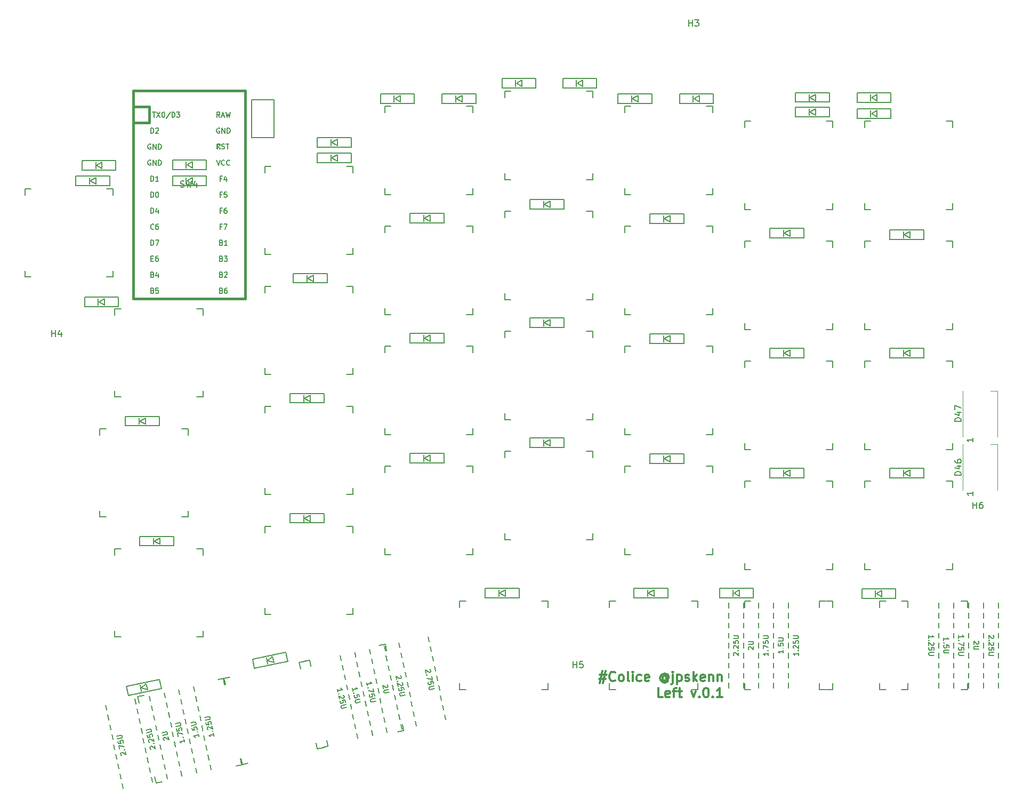
<source format=gto>
G04 #@! TF.GenerationSoftware,KiCad,Pcbnew,(5.1.5-0-10_14)*
G04 #@! TF.CreationDate,2020-04-18T19:56:34+09:00*
G04 #@! TF.ProjectId,Colice,436f6c69-6365-42e6-9b69-6361645f7063,rev?*
G04 #@! TF.SameCoordinates,Original*
G04 #@! TF.FileFunction,Legend,Top*
G04 #@! TF.FilePolarity,Positive*
%FSLAX46Y46*%
G04 Gerber Fmt 4.6, Leading zero omitted, Abs format (unit mm)*
G04 Created by KiCad (PCBNEW (5.1.5-0-10_14)) date 2020-04-18 19:56:34*
%MOMM*%
%LPD*%
G04 APERTURE LIST*
%ADD10C,0.300000*%
%ADD11C,0.150000*%
%ADD12C,0.381000*%
%ADD13C,0.120000*%
G04 APERTURE END LIST*
D10*
X129569714Y-142802571D02*
X130641142Y-142802571D01*
X129998285Y-142159714D02*
X129569714Y-144088285D01*
X130498285Y-143445428D02*
X129426857Y-143445428D01*
X130069714Y-144088285D02*
X130498285Y-142159714D01*
X131998285Y-143659714D02*
X131926857Y-143731142D01*
X131712571Y-143802571D01*
X131569714Y-143802571D01*
X131355428Y-143731142D01*
X131212571Y-143588285D01*
X131141142Y-143445428D01*
X131069714Y-143159714D01*
X131069714Y-142945428D01*
X131141142Y-142659714D01*
X131212571Y-142516857D01*
X131355428Y-142374000D01*
X131569714Y-142302571D01*
X131712571Y-142302571D01*
X131926857Y-142374000D01*
X131998285Y-142445428D01*
X132855428Y-143802571D02*
X132712571Y-143731142D01*
X132641142Y-143659714D01*
X132569714Y-143516857D01*
X132569714Y-143088285D01*
X132641142Y-142945428D01*
X132712571Y-142874000D01*
X132855428Y-142802571D01*
X133069714Y-142802571D01*
X133212571Y-142874000D01*
X133284000Y-142945428D01*
X133355428Y-143088285D01*
X133355428Y-143516857D01*
X133284000Y-143659714D01*
X133212571Y-143731142D01*
X133069714Y-143802571D01*
X132855428Y-143802571D01*
X134212571Y-143802571D02*
X134069714Y-143731142D01*
X133998285Y-143588285D01*
X133998285Y-142302571D01*
X134784000Y-143802571D02*
X134784000Y-142802571D01*
X134784000Y-142302571D02*
X134712571Y-142374000D01*
X134784000Y-142445428D01*
X134855428Y-142374000D01*
X134784000Y-142302571D01*
X134784000Y-142445428D01*
X136141142Y-143731142D02*
X135998285Y-143802571D01*
X135712571Y-143802571D01*
X135569714Y-143731142D01*
X135498285Y-143659714D01*
X135426857Y-143516857D01*
X135426857Y-143088285D01*
X135498285Y-142945428D01*
X135569714Y-142874000D01*
X135712571Y-142802571D01*
X135998285Y-142802571D01*
X136141142Y-142874000D01*
X137355428Y-143731142D02*
X137212571Y-143802571D01*
X136926857Y-143802571D01*
X136784000Y-143731142D01*
X136712571Y-143588285D01*
X136712571Y-143016857D01*
X136784000Y-142874000D01*
X136926857Y-142802571D01*
X137212571Y-142802571D01*
X137355428Y-142874000D01*
X137426857Y-143016857D01*
X137426857Y-143159714D01*
X136712571Y-143302571D01*
X140141142Y-143088285D02*
X140069714Y-143016857D01*
X139926857Y-142945428D01*
X139784000Y-142945428D01*
X139641142Y-143016857D01*
X139569714Y-143088285D01*
X139498285Y-143231142D01*
X139498285Y-143374000D01*
X139569714Y-143516857D01*
X139641142Y-143588285D01*
X139784000Y-143659714D01*
X139926857Y-143659714D01*
X140069714Y-143588285D01*
X140141142Y-143516857D01*
X140141142Y-142945428D02*
X140141142Y-143516857D01*
X140212571Y-143588285D01*
X140284000Y-143588285D01*
X140426857Y-143516857D01*
X140498285Y-143374000D01*
X140498285Y-143016857D01*
X140355428Y-142802571D01*
X140141142Y-142659714D01*
X139855428Y-142588285D01*
X139569714Y-142659714D01*
X139355428Y-142802571D01*
X139212571Y-143016857D01*
X139141142Y-143302571D01*
X139212571Y-143588285D01*
X139355428Y-143802571D01*
X139569714Y-143945428D01*
X139855428Y-144016857D01*
X140141142Y-143945428D01*
X140355428Y-143802571D01*
X141141142Y-142802571D02*
X141141142Y-144088285D01*
X141069714Y-144231142D01*
X140926857Y-144302571D01*
X140855428Y-144302571D01*
X141141142Y-142302571D02*
X141069714Y-142374000D01*
X141141142Y-142445428D01*
X141212571Y-142374000D01*
X141141142Y-142302571D01*
X141141142Y-142445428D01*
X141855428Y-142802571D02*
X141855428Y-144302571D01*
X141855428Y-142874000D02*
X141998285Y-142802571D01*
X142284000Y-142802571D01*
X142426857Y-142874000D01*
X142498285Y-142945428D01*
X142569714Y-143088285D01*
X142569714Y-143516857D01*
X142498285Y-143659714D01*
X142426857Y-143731142D01*
X142284000Y-143802571D01*
X141998285Y-143802571D01*
X141855428Y-143731142D01*
X143141142Y-143731142D02*
X143284000Y-143802571D01*
X143569714Y-143802571D01*
X143712571Y-143731142D01*
X143784000Y-143588285D01*
X143784000Y-143516857D01*
X143712571Y-143374000D01*
X143569714Y-143302571D01*
X143355428Y-143302571D01*
X143212571Y-143231142D01*
X143141142Y-143088285D01*
X143141142Y-143016857D01*
X143212571Y-142874000D01*
X143355428Y-142802571D01*
X143569714Y-142802571D01*
X143712571Y-142874000D01*
X144426857Y-143802571D02*
X144426857Y-142302571D01*
X144569714Y-143231142D02*
X144998285Y-143802571D01*
X144998285Y-142802571D02*
X144426857Y-143374000D01*
X146212571Y-143731142D02*
X146069714Y-143802571D01*
X145784000Y-143802571D01*
X145641142Y-143731142D01*
X145569714Y-143588285D01*
X145569714Y-143016857D01*
X145641142Y-142874000D01*
X145784000Y-142802571D01*
X146069714Y-142802571D01*
X146212571Y-142874000D01*
X146284000Y-143016857D01*
X146284000Y-143159714D01*
X145569714Y-143302571D01*
X146926857Y-142802571D02*
X146926857Y-143802571D01*
X146926857Y-142945428D02*
X146998285Y-142874000D01*
X147141142Y-142802571D01*
X147355428Y-142802571D01*
X147498285Y-142874000D01*
X147569714Y-143016857D01*
X147569714Y-143802571D01*
X148284000Y-142802571D02*
X148284000Y-143802571D01*
X148284000Y-142945428D02*
X148355428Y-142874000D01*
X148498285Y-142802571D01*
X148712571Y-142802571D01*
X148855428Y-142874000D01*
X148926857Y-143016857D01*
X148926857Y-143802571D01*
X139569714Y-146352571D02*
X138855428Y-146352571D01*
X138855428Y-144852571D01*
X140641142Y-146281142D02*
X140498285Y-146352571D01*
X140212571Y-146352571D01*
X140069714Y-146281142D01*
X139998285Y-146138285D01*
X139998285Y-145566857D01*
X140069714Y-145424000D01*
X140212571Y-145352571D01*
X140498285Y-145352571D01*
X140641142Y-145424000D01*
X140712571Y-145566857D01*
X140712571Y-145709714D01*
X139998285Y-145852571D01*
X141141142Y-145352571D02*
X141712571Y-145352571D01*
X141355428Y-146352571D02*
X141355428Y-145066857D01*
X141426857Y-144924000D01*
X141569714Y-144852571D01*
X141712571Y-144852571D01*
X141998285Y-145352571D02*
X142569714Y-145352571D01*
X142212571Y-144852571D02*
X142212571Y-146138285D01*
X142284000Y-146281142D01*
X142426857Y-146352571D01*
X142569714Y-146352571D01*
X144069714Y-145352571D02*
X144426857Y-146352571D01*
X144784000Y-145352571D01*
X145355428Y-146209714D02*
X145426857Y-146281142D01*
X145355428Y-146352571D01*
X145284000Y-146281142D01*
X145355428Y-146209714D01*
X145355428Y-146352571D01*
X146355428Y-144852571D02*
X146498285Y-144852571D01*
X146641142Y-144924000D01*
X146712571Y-144995428D01*
X146784000Y-145138285D01*
X146855428Y-145424000D01*
X146855428Y-145781142D01*
X146784000Y-146066857D01*
X146712571Y-146209714D01*
X146641142Y-146281142D01*
X146498285Y-146352571D01*
X146355428Y-146352571D01*
X146212571Y-146281142D01*
X146141142Y-146209714D01*
X146069714Y-146066857D01*
X145998285Y-145781142D01*
X145998285Y-145424000D01*
X146069714Y-145138285D01*
X146141142Y-144995428D01*
X146212571Y-144924000D01*
X146355428Y-144852571D01*
X147498285Y-146209714D02*
X147569714Y-146281142D01*
X147498285Y-146352571D01*
X147426857Y-146281142D01*
X147498285Y-146209714D01*
X147498285Y-146352571D01*
X148998285Y-146352571D02*
X148141142Y-146352571D01*
X148569714Y-146352571D02*
X148569714Y-144852571D01*
X148426857Y-145066857D01*
X148284000Y-145209714D01*
X148141142Y-145281142D01*
D11*
X162922000Y-51117500D02*
X163822000Y-50617500D01*
X163822000Y-50617500D02*
X163822000Y-51617500D01*
X163822000Y-51617500D02*
X162922000Y-51117500D01*
X162822000Y-50617500D02*
X162822000Y-51617500D01*
X166022000Y-50367500D02*
X160622000Y-50367500D01*
X160622000Y-50367500D02*
X160622000Y-51867500D01*
X160622000Y-51867500D02*
X166022000Y-51867500D01*
X166022000Y-51867500D02*
X166022000Y-50367500D01*
D12*
X55422800Y-52625625D02*
X55422800Y-83105625D01*
X55422800Y-83105625D02*
X73202800Y-83105625D01*
X73202800Y-83105625D02*
X73202800Y-52625625D01*
X57962800Y-52625625D02*
X57962800Y-55165625D01*
X57962800Y-55165625D02*
X55422800Y-55165625D01*
D11*
G36*
X69244368Y-58504985D02*
G01*
X69244368Y-58804985D01*
X69144368Y-58804985D01*
X69144368Y-58504985D01*
X69244368Y-58504985D01*
G37*
X69244368Y-58504985D02*
X69244368Y-58804985D01*
X69144368Y-58804985D01*
X69144368Y-58504985D01*
X69244368Y-58504985D01*
G36*
X69044368Y-58904985D02*
G01*
X69044368Y-59004985D01*
X68944368Y-59004985D01*
X68944368Y-58904985D01*
X69044368Y-58904985D01*
G37*
X69044368Y-58904985D02*
X69044368Y-59004985D01*
X68944368Y-59004985D01*
X68944368Y-58904985D01*
X69044368Y-58904985D01*
G36*
X69244368Y-58504985D02*
G01*
X69244368Y-58604985D01*
X68744368Y-58604985D01*
X68744368Y-58504985D01*
X69244368Y-58504985D01*
G37*
X69244368Y-58504985D02*
X69244368Y-58604985D01*
X68744368Y-58604985D01*
X68744368Y-58504985D01*
X69244368Y-58504985D01*
G36*
X68844368Y-58504985D02*
G01*
X68844368Y-59304985D01*
X68744368Y-59304985D01*
X68744368Y-58504985D01*
X68844368Y-58504985D01*
G37*
X68844368Y-58504985D02*
X68844368Y-59304985D01*
X68744368Y-59304985D01*
X68744368Y-58504985D01*
X68844368Y-58504985D01*
G36*
X69244368Y-59104985D02*
G01*
X69244368Y-59304985D01*
X69144368Y-59304985D01*
X69144368Y-59104985D01*
X69244368Y-59104985D01*
G37*
X69244368Y-59104985D02*
X69244368Y-59304985D01*
X69144368Y-59304985D01*
X69144368Y-59104985D01*
X69244368Y-59104985D01*
D12*
X73202800Y-52625625D02*
X73202800Y-50085625D01*
X73202800Y-50085625D02*
X55422800Y-50085625D01*
X55422800Y-50085625D02*
X55422800Y-52625625D01*
X57962800Y-52625625D02*
X55422800Y-52625625D01*
D11*
X175801000Y-51931000D02*
X175801000Y-50431000D01*
X170401000Y-51931000D02*
X175801000Y-51931000D01*
X170401000Y-50431000D02*
X170401000Y-51931000D01*
X175801000Y-50431000D02*
X170401000Y-50431000D01*
X172601000Y-50681000D02*
X172601000Y-51681000D01*
X173601000Y-51681000D02*
X172701000Y-51181000D01*
X173601000Y-50681000D02*
X173601000Y-51681000D01*
X172701000Y-51181000D02*
X173601000Y-50681000D01*
X53119000Y-84316000D02*
X53119000Y-82816000D01*
X47719000Y-84316000D02*
X53119000Y-84316000D01*
X47719000Y-82816000D02*
X47719000Y-84316000D01*
X53119000Y-82816000D02*
X47719000Y-82816000D01*
X49919000Y-83066000D02*
X49919000Y-84066000D01*
X50919000Y-84066000D02*
X50019000Y-83566000D01*
X50919000Y-83066000D02*
X50919000Y-84066000D01*
X50019000Y-83566000D02*
X50919000Y-83066000D01*
X82488160Y-140658095D02*
X83466307Y-140450183D01*
X83466307Y-140450183D02*
X83674219Y-141428331D01*
X85398923Y-154352161D02*
X86377071Y-154144249D01*
X86377071Y-154144249D02*
X86169159Y-153166102D01*
X72475093Y-156076865D02*
X72683005Y-157055013D01*
X72683005Y-157055013D02*
X73661152Y-156847101D01*
X70750389Y-143153035D02*
X69772241Y-143360947D01*
X69772241Y-143360947D02*
X69980153Y-144339094D01*
X52700847Y-155363192D02*
X52865877Y-156139596D01*
X52535817Y-154586787D02*
X52370787Y-153810383D01*
X53691027Y-160021620D02*
X53856056Y-160798024D01*
X51215578Y-148375550D02*
X51050548Y-147599145D01*
X51875698Y-151481169D02*
X51710668Y-150704764D01*
X53030907Y-156916001D02*
X53195937Y-157692406D01*
X53360967Y-158468810D02*
X53525997Y-159245215D01*
X52205757Y-153033978D02*
X52040728Y-152257573D01*
X51545638Y-149928359D02*
X51380608Y-149151955D01*
X57194245Y-153596608D02*
X57029215Y-152820203D01*
X58349455Y-159031440D02*
X58514484Y-159807845D01*
X55874006Y-147385370D02*
X55708976Y-146608966D01*
X56534126Y-150490989D02*
X56369096Y-149714584D01*
X57689335Y-155925822D02*
X57854365Y-156702226D01*
X57359275Y-154373012D02*
X57524305Y-155149417D01*
X58019395Y-157478631D02*
X58184425Y-158255036D01*
X56864185Y-152043798D02*
X56699155Y-151267394D01*
X56204066Y-148938180D02*
X56039036Y-148161775D01*
X60348609Y-156983541D02*
X60513639Y-157759946D01*
X58203220Y-146890281D02*
X58038190Y-146113876D01*
X58533280Y-148443090D02*
X58368250Y-147666685D01*
X59193399Y-151548709D02*
X59028369Y-150772304D01*
X59523459Y-153101518D02*
X59358429Y-152325113D01*
X59688489Y-153877923D02*
X59853519Y-154654327D01*
X60018549Y-155430732D02*
X60183579Y-156207137D01*
X60678668Y-158536351D02*
X60843698Y-159312755D01*
X58863340Y-149995899D02*
X58698310Y-149219495D01*
X61522613Y-151053619D02*
X61357583Y-150277214D01*
X60862494Y-147948000D02*
X60697464Y-147171596D01*
X62677823Y-156488452D02*
X62842853Y-157264856D01*
X60532434Y-146395191D02*
X60367404Y-145618786D01*
X62347763Y-154935642D02*
X62512793Y-155712047D01*
X63007882Y-158041261D02*
X63172912Y-158817666D01*
X61192554Y-149500810D02*
X61027524Y-148724405D01*
X61852673Y-152606428D02*
X61687643Y-151830024D01*
X62017703Y-153382833D02*
X62182733Y-154159238D01*
X65337096Y-157546171D02*
X65502126Y-158322576D01*
X64676977Y-154440553D02*
X64842007Y-155216957D01*
X64346917Y-152887743D02*
X64511947Y-153664148D01*
X63521767Y-149005720D02*
X63356738Y-148229315D01*
X64181887Y-152111339D02*
X64016857Y-151334934D01*
X63191708Y-147452911D02*
X63026678Y-146676506D01*
X62861648Y-145900101D02*
X62696618Y-145123697D01*
X65007037Y-155993362D02*
X65172067Y-156769767D01*
X63851827Y-150558529D02*
X63686797Y-149782125D01*
X66181041Y-150063440D02*
X66016011Y-149287035D01*
X67666310Y-157051082D02*
X67831340Y-157827486D01*
X67006191Y-153945463D02*
X67171221Y-154721868D01*
X66676131Y-152392654D02*
X66841161Y-153169058D01*
X65520922Y-146957821D02*
X65355892Y-146181416D01*
X66511101Y-151616249D02*
X66346071Y-150839844D01*
X67336251Y-155498272D02*
X67501281Y-156274677D01*
X65190862Y-145405012D02*
X65025832Y-144628607D01*
X65850981Y-148510630D02*
X65685952Y-147734226D01*
X102788345Y-139036386D02*
X102623315Y-138259981D01*
X104603674Y-147576837D02*
X104768704Y-148353241D01*
X103448465Y-142142004D02*
X103283435Y-141365600D01*
X103778525Y-143694813D02*
X103613495Y-142918409D01*
X104273614Y-146024027D02*
X104438644Y-146800432D01*
X103943555Y-144471218D02*
X104108584Y-145247623D01*
X102458285Y-137483576D02*
X102293256Y-136707172D01*
X103118405Y-140589195D02*
X102953375Y-139812790D01*
X104933734Y-149129646D02*
X105098764Y-149906051D01*
X98129917Y-140026565D02*
X97964887Y-139250160D01*
X97799857Y-138473756D02*
X97634828Y-137697351D01*
X98790037Y-143132184D02*
X98625007Y-142355779D01*
X99285127Y-145461398D02*
X99450157Y-146237802D01*
X99615186Y-147014207D02*
X99780216Y-147790612D01*
X99120097Y-144684993D02*
X98955067Y-143908588D01*
X98459977Y-141579374D02*
X98294947Y-140802970D01*
X100275306Y-150119826D02*
X100440336Y-150896230D01*
X99945246Y-148567016D02*
X100110276Y-149343421D01*
X95800703Y-140521655D02*
X95635673Y-139745250D01*
X95470644Y-138968845D02*
X95305614Y-138192441D01*
X96790883Y-145180083D02*
X96625853Y-144403678D01*
X96460823Y-143627273D02*
X96295793Y-142850869D01*
X96130763Y-142074464D02*
X95965733Y-141298059D01*
X96955913Y-145956487D02*
X97120943Y-146732892D01*
X97946092Y-150614915D02*
X98111122Y-151391320D01*
X97616032Y-149062106D02*
X97781062Y-149838511D01*
X97285972Y-147509297D02*
X97451002Y-148285701D01*
X93471489Y-141016744D02*
X93306459Y-140240340D01*
X94461669Y-145675172D02*
X94296639Y-144898768D01*
X94131609Y-144122363D02*
X93966579Y-143345958D01*
X93141430Y-139463935D02*
X92976400Y-138687530D01*
X93801549Y-142569554D02*
X93636519Y-141793149D01*
X94626699Y-146451577D02*
X94791729Y-147227982D01*
X95616878Y-151110005D02*
X95781908Y-151886410D01*
X95286818Y-149557196D02*
X95451848Y-150333600D01*
X94956758Y-148004386D02*
X95121788Y-148780791D01*
X88813061Y-142006924D02*
X88648031Y-141230519D01*
X88483002Y-140454114D02*
X88317972Y-139677710D01*
X89143121Y-143559733D02*
X88978091Y-142783328D01*
X89473181Y-145112542D02*
X89308151Y-144336138D01*
X90958450Y-152100184D02*
X91123480Y-152876589D01*
X90628390Y-150547375D02*
X90793420Y-151323780D01*
X89968271Y-147441756D02*
X90133301Y-148218161D01*
X89803241Y-146665352D02*
X89638211Y-145888947D01*
X90298331Y-148994566D02*
X90463360Y-149770970D01*
X90812216Y-139959025D02*
X90647186Y-139182620D01*
X91142275Y-141511834D02*
X90977245Y-140735429D01*
X91472335Y-143064643D02*
X91307305Y-142288239D01*
X91802395Y-144617453D02*
X91637365Y-143841048D01*
X93287664Y-151605095D02*
X93452694Y-152381499D01*
X92957604Y-150052285D02*
X93122634Y-150828690D01*
X92627545Y-148499476D02*
X92792574Y-149275881D01*
X92297485Y-146946667D02*
X92462515Y-147723071D01*
X92132455Y-146170262D02*
X91967425Y-145393857D01*
X100109000Y-52058000D02*
X100109000Y-50558000D01*
X94709000Y-52058000D02*
X100109000Y-52058000D01*
X94709000Y-50558000D02*
X94709000Y-52058000D01*
X100109000Y-50558000D02*
X94709000Y-50558000D01*
X96909000Y-50808000D02*
X96909000Y-51808000D01*
X97909000Y-51808000D02*
X97009000Y-51308000D01*
X97909000Y-50808000D02*
X97909000Y-51808000D01*
X97009000Y-51308000D02*
X97909000Y-50808000D01*
X90076000Y-61456000D02*
X90076000Y-59956000D01*
X84676000Y-61456000D02*
X90076000Y-61456000D01*
X84676000Y-59956000D02*
X84676000Y-61456000D01*
X90076000Y-59956000D02*
X84676000Y-59956000D01*
X86876000Y-60206000D02*
X86876000Y-61206000D01*
X87876000Y-61206000D02*
X86976000Y-60706000D01*
X87876000Y-60206000D02*
X87876000Y-61206000D01*
X86976000Y-60706000D02*
X87876000Y-60206000D01*
X51243750Y-65628125D02*
X52243750Y-65628125D01*
X52243750Y-65628125D02*
X52243750Y-66628125D01*
X51243750Y-79628125D02*
X52243750Y-79628125D01*
X52243750Y-79628125D02*
X52243750Y-78628125D01*
X38243750Y-78628125D02*
X38243750Y-79628125D01*
X38243750Y-79628125D02*
X39243750Y-79628125D01*
X39243750Y-65628125D02*
X38243750Y-65628125D01*
X38243750Y-65628125D02*
X38243750Y-66628125D01*
X52706250Y-62662500D02*
X52706250Y-61162500D01*
X47306250Y-62662500D02*
X52706250Y-62662500D01*
X47306250Y-61162500D02*
X47306250Y-62662500D01*
X52706250Y-61162500D02*
X47306250Y-61162500D01*
X49506250Y-61412500D02*
X49506250Y-62412500D01*
X50506250Y-62412500D02*
X49606250Y-61912500D01*
X50506250Y-61412500D02*
X50506250Y-62412500D01*
X49606250Y-61912500D02*
X50506250Y-61412500D01*
X51722000Y-65091375D02*
X51722000Y-63591375D01*
X46322000Y-65091375D02*
X51722000Y-65091375D01*
X46322000Y-63591375D02*
X46322000Y-65091375D01*
X51722000Y-63591375D02*
X46322000Y-63591375D01*
X48522000Y-63841375D02*
X48522000Y-64841375D01*
X49522000Y-64841375D02*
X48622000Y-64341375D01*
X49522000Y-63841375D02*
X49522000Y-64841375D01*
X48622000Y-64341375D02*
X49522000Y-63841375D01*
X63989000Y-61801375D02*
X64889000Y-61301375D01*
X64889000Y-61301375D02*
X64889000Y-62301375D01*
X64889000Y-62301375D02*
X63989000Y-61801375D01*
X63889000Y-61301375D02*
X63889000Y-62301375D01*
X67089000Y-61051375D02*
X61689000Y-61051375D01*
X61689000Y-61051375D02*
X61689000Y-62551375D01*
X61689000Y-62551375D02*
X67089000Y-62551375D01*
X67089000Y-62551375D02*
X67089000Y-61051375D01*
X67089000Y-65091375D02*
X67089000Y-63591375D01*
X61689000Y-65091375D02*
X67089000Y-65091375D01*
X61689000Y-63591375D02*
X61689000Y-65091375D01*
X67089000Y-63591375D02*
X61689000Y-63591375D01*
X63889000Y-63841375D02*
X63889000Y-64841375D01*
X64889000Y-64841375D02*
X63989000Y-64341375D01*
X64889000Y-63841375D02*
X64889000Y-64841375D01*
X63989000Y-64341375D02*
X64889000Y-63841375D01*
X59596000Y-103254875D02*
X59596000Y-101754875D01*
X54196000Y-103254875D02*
X59596000Y-103254875D01*
X54196000Y-101754875D02*
X54196000Y-103254875D01*
X59596000Y-101754875D02*
X54196000Y-101754875D01*
X56396000Y-102004875D02*
X56396000Y-103004875D01*
X57396000Y-103004875D02*
X56496000Y-102504875D01*
X57396000Y-102004875D02*
X57396000Y-103004875D01*
X56496000Y-102504875D02*
X57396000Y-102004875D01*
X61882000Y-122304875D02*
X61882000Y-120804875D01*
X56482000Y-122304875D02*
X61882000Y-122304875D01*
X56482000Y-120804875D02*
X56482000Y-122304875D01*
X61882000Y-120804875D02*
X56482000Y-120804875D01*
X58682000Y-121054875D02*
X58682000Y-122054875D01*
X59682000Y-122054875D02*
X58782000Y-121554875D01*
X59682000Y-121054875D02*
X59682000Y-122054875D01*
X58782000Y-121554875D02*
X59682000Y-121054875D01*
X79987532Y-140634249D02*
X79675665Y-139167028D01*
X74705535Y-141756972D02*
X79987532Y-140634249D01*
X74393668Y-140289751D02*
X74705535Y-141756972D01*
X79675665Y-139167028D02*
X74393668Y-140289751D01*
X76597570Y-140076882D02*
X76805482Y-141055030D01*
X77783630Y-140847118D02*
X76799341Y-140545165D01*
X77575718Y-139868970D02*
X77783630Y-140847118D01*
X76799341Y-140545165D02*
X77575718Y-139868970D01*
X90076000Y-57543000D02*
X90076000Y-59043000D01*
X84676000Y-57543000D02*
X90076000Y-57543000D01*
X84676000Y-59043000D02*
X84676000Y-57543000D01*
X90076000Y-59043000D02*
X84676000Y-59043000D01*
X86876000Y-58793000D02*
X86876000Y-57793000D01*
X87876000Y-57793000D02*
X86976000Y-58293000D01*
X87876000Y-58793000D02*
X87876000Y-57793000D01*
X86976000Y-58293000D02*
X87876000Y-58793000D01*
X86266000Y-80569500D02*
X86266000Y-79069500D01*
X80866000Y-80569500D02*
X86266000Y-80569500D01*
X80866000Y-79069500D02*
X80866000Y-80569500D01*
X86266000Y-79069500D02*
X80866000Y-79069500D01*
X83066000Y-79319500D02*
X83066000Y-80319500D01*
X84066000Y-80319500D02*
X83166000Y-79819500D01*
X84066000Y-79319500D02*
X84066000Y-80319500D01*
X83166000Y-79819500D02*
X84066000Y-79319500D01*
X85758000Y-99619500D02*
X85758000Y-98119500D01*
X80358000Y-99619500D02*
X85758000Y-99619500D01*
X80358000Y-98119500D02*
X80358000Y-99619500D01*
X85758000Y-98119500D02*
X80358000Y-98119500D01*
X82558000Y-98369500D02*
X82558000Y-99369500D01*
X83558000Y-99369500D02*
X82658000Y-98869500D01*
X83558000Y-98369500D02*
X83558000Y-99369500D01*
X82658000Y-98869500D02*
X83558000Y-98369500D01*
X85758000Y-118669500D02*
X85758000Y-117169500D01*
X80358000Y-118669500D02*
X85758000Y-118669500D01*
X80358000Y-117169500D02*
X80358000Y-118669500D01*
X85758000Y-117169500D02*
X80358000Y-117169500D01*
X82558000Y-117419500D02*
X82558000Y-118419500D01*
X83558000Y-118419500D02*
X82658000Y-117919500D01*
X83558000Y-117419500D02*
X83558000Y-118419500D01*
X82658000Y-117919500D02*
X83558000Y-117419500D01*
X109888000Y-52058000D02*
X109888000Y-50558000D01*
X104488000Y-52058000D02*
X109888000Y-52058000D01*
X104488000Y-50558000D02*
X104488000Y-52058000D01*
X109888000Y-50558000D02*
X104488000Y-50558000D01*
X106688000Y-50808000D02*
X106688000Y-51808000D01*
X107688000Y-51808000D02*
X106788000Y-51308000D01*
X107688000Y-50808000D02*
X107688000Y-51808000D01*
X106788000Y-51308000D02*
X107688000Y-50808000D01*
X104808000Y-71012750D02*
X104808000Y-69512750D01*
X99408000Y-71012750D02*
X104808000Y-71012750D01*
X99408000Y-69512750D02*
X99408000Y-71012750D01*
X104808000Y-69512750D02*
X99408000Y-69512750D01*
X101608000Y-69762750D02*
X101608000Y-70762750D01*
X102608000Y-70762750D02*
X101708000Y-70262750D01*
X102608000Y-69762750D02*
X102608000Y-70762750D01*
X101708000Y-70262750D02*
X102608000Y-69762750D01*
X104808000Y-90062750D02*
X104808000Y-88562750D01*
X99408000Y-90062750D02*
X104808000Y-90062750D01*
X99408000Y-88562750D02*
X99408000Y-90062750D01*
X104808000Y-88562750D02*
X99408000Y-88562750D01*
X101608000Y-88812750D02*
X101608000Y-89812750D01*
X102608000Y-89812750D02*
X101708000Y-89312750D01*
X102608000Y-88812750D02*
X102608000Y-89812750D01*
X101708000Y-89312750D02*
X102608000Y-88812750D01*
X104808000Y-109112750D02*
X104808000Y-107612750D01*
X99408000Y-109112750D02*
X104808000Y-109112750D01*
X99408000Y-107612750D02*
X99408000Y-109112750D01*
X104808000Y-107612750D02*
X99408000Y-107612750D01*
X101608000Y-107862750D02*
X101608000Y-108862750D01*
X102608000Y-108862750D02*
X101708000Y-108362750D01*
X102608000Y-107862750D02*
X102608000Y-108862750D01*
X101708000Y-108362750D02*
X102608000Y-107862750D01*
X116746000Y-130544000D02*
X116746000Y-129044000D01*
X111346000Y-130544000D02*
X116746000Y-130544000D01*
X111346000Y-129044000D02*
X111346000Y-130544000D01*
X116746000Y-129044000D02*
X111346000Y-129044000D01*
X113546000Y-129294000D02*
X113546000Y-130294000D01*
X114546000Y-130294000D02*
X113646000Y-129794000D01*
X114546000Y-129294000D02*
X114546000Y-130294000D01*
X113646000Y-129794000D02*
X114546000Y-129294000D01*
X116313000Y-48895000D02*
X117213000Y-48395000D01*
X117213000Y-48395000D02*
X117213000Y-49395000D01*
X117213000Y-49395000D02*
X116313000Y-48895000D01*
X116213000Y-48395000D02*
X116213000Y-49395000D01*
X119413000Y-48145000D02*
X114013000Y-48145000D01*
X114013000Y-48145000D02*
X114013000Y-49645000D01*
X114013000Y-49645000D02*
X119413000Y-49645000D01*
X119413000Y-49645000D02*
X119413000Y-48145000D01*
X129065000Y-49645000D02*
X129065000Y-48145000D01*
X123665000Y-49645000D02*
X129065000Y-49645000D01*
X123665000Y-48145000D02*
X123665000Y-49645000D01*
X129065000Y-48145000D02*
X123665000Y-48145000D01*
X125865000Y-48395000D02*
X125865000Y-49395000D01*
X126865000Y-49395000D02*
X125965000Y-48895000D01*
X126865000Y-48395000D02*
X126865000Y-49395000D01*
X125965000Y-48895000D02*
X126865000Y-48395000D01*
X123858000Y-68822000D02*
X123858000Y-67322000D01*
X118458000Y-68822000D02*
X123858000Y-68822000D01*
X118458000Y-67322000D02*
X118458000Y-68822000D01*
X123858000Y-67322000D02*
X118458000Y-67322000D01*
X120658000Y-67572000D02*
X120658000Y-68572000D01*
X121658000Y-68572000D02*
X120758000Y-68072000D01*
X121658000Y-67572000D02*
X121658000Y-68572000D01*
X120758000Y-68072000D02*
X121658000Y-67572000D01*
X123858000Y-87618000D02*
X123858000Y-86118000D01*
X118458000Y-87618000D02*
X123858000Y-87618000D01*
X118458000Y-86118000D02*
X118458000Y-87618000D01*
X123858000Y-86118000D02*
X118458000Y-86118000D01*
X120658000Y-86368000D02*
X120658000Y-87368000D01*
X121658000Y-87368000D02*
X120758000Y-86868000D01*
X121658000Y-86368000D02*
X121658000Y-87368000D01*
X120758000Y-86868000D02*
X121658000Y-86368000D01*
X123858000Y-106668000D02*
X123858000Y-105168000D01*
X118458000Y-106668000D02*
X123858000Y-106668000D01*
X118458000Y-105168000D02*
X118458000Y-106668000D01*
X123858000Y-105168000D02*
X118458000Y-105168000D01*
X120658000Y-105418000D02*
X120658000Y-106418000D01*
X121658000Y-106418000D02*
X120758000Y-105918000D01*
X121658000Y-105418000D02*
X121658000Y-106418000D01*
X120758000Y-105918000D02*
X121658000Y-105418000D01*
X140368000Y-130544000D02*
X140368000Y-129044000D01*
X134968000Y-130544000D02*
X140368000Y-130544000D01*
X134968000Y-129044000D02*
X134968000Y-130544000D01*
X140368000Y-129044000D02*
X134968000Y-129044000D01*
X137168000Y-129294000D02*
X137168000Y-130294000D01*
X138168000Y-130294000D02*
X137268000Y-129794000D01*
X138168000Y-129294000D02*
X138168000Y-130294000D01*
X137268000Y-129794000D02*
X138168000Y-129294000D01*
X137828000Y-52058000D02*
X137828000Y-50558000D01*
X132428000Y-52058000D02*
X137828000Y-52058000D01*
X132428000Y-50558000D02*
X132428000Y-52058000D01*
X137828000Y-50558000D02*
X132428000Y-50558000D01*
X134628000Y-50808000D02*
X134628000Y-51808000D01*
X135628000Y-51808000D02*
X134728000Y-51308000D01*
X135628000Y-50808000D02*
X135628000Y-51808000D01*
X134728000Y-51308000D02*
X135628000Y-50808000D01*
X147607000Y-52058000D02*
X147607000Y-50558000D01*
X142207000Y-52058000D02*
X147607000Y-52058000D01*
X142207000Y-50558000D02*
X142207000Y-52058000D01*
X147607000Y-50558000D02*
X142207000Y-50558000D01*
X144407000Y-50808000D02*
X144407000Y-51808000D01*
X145407000Y-51808000D02*
X144507000Y-51308000D01*
X145407000Y-50808000D02*
X145407000Y-51808000D01*
X144507000Y-51308000D02*
X145407000Y-50808000D01*
X142908000Y-71108000D02*
X142908000Y-69608000D01*
X137508000Y-71108000D02*
X142908000Y-71108000D01*
X137508000Y-69608000D02*
X137508000Y-71108000D01*
X142908000Y-69608000D02*
X137508000Y-69608000D01*
X139708000Y-69858000D02*
X139708000Y-70858000D01*
X140708000Y-70858000D02*
X139808000Y-70358000D01*
X140708000Y-69858000D02*
X140708000Y-70858000D01*
X139808000Y-70358000D02*
X140708000Y-69858000D01*
X142908000Y-90158000D02*
X142908000Y-88658000D01*
X137508000Y-90158000D02*
X142908000Y-90158000D01*
X137508000Y-88658000D02*
X137508000Y-90158000D01*
X142908000Y-88658000D02*
X137508000Y-88658000D01*
X139708000Y-88908000D02*
X139708000Y-89908000D01*
X140708000Y-89908000D02*
X139808000Y-89408000D01*
X140708000Y-88908000D02*
X140708000Y-89908000D01*
X139808000Y-89408000D02*
X140708000Y-88908000D01*
X142908000Y-109208000D02*
X142908000Y-107708000D01*
X137508000Y-109208000D02*
X142908000Y-109208000D01*
X137508000Y-107708000D02*
X137508000Y-109208000D01*
X142908000Y-107708000D02*
X137508000Y-107708000D01*
X139708000Y-107958000D02*
X139708000Y-108958000D01*
X140708000Y-108958000D02*
X139808000Y-108458000D01*
X140708000Y-107958000D02*
X140708000Y-108958000D01*
X139808000Y-108458000D02*
X140708000Y-107958000D01*
X153957000Y-130544000D02*
X153957000Y-129044000D01*
X148557000Y-130544000D02*
X153957000Y-130544000D01*
X148557000Y-129044000D02*
X148557000Y-130544000D01*
X153957000Y-129044000D02*
X148557000Y-129044000D01*
X150757000Y-129294000D02*
X150757000Y-130294000D01*
X151757000Y-130294000D02*
X150857000Y-129794000D01*
X151757000Y-129294000D02*
X151757000Y-130294000D01*
X150857000Y-129794000D02*
X151757000Y-129294000D01*
X166022000Y-54217000D02*
X166022000Y-52717000D01*
X160622000Y-54217000D02*
X166022000Y-54217000D01*
X160622000Y-52717000D02*
X160622000Y-54217000D01*
X166022000Y-52717000D02*
X160622000Y-52717000D01*
X162822000Y-52967000D02*
X162822000Y-53967000D01*
X163822000Y-53967000D02*
X162922000Y-53467000D01*
X163822000Y-52967000D02*
X163822000Y-53967000D01*
X162922000Y-53467000D02*
X163822000Y-52967000D01*
X161958000Y-73394000D02*
X161958000Y-71894000D01*
X156558000Y-73394000D02*
X161958000Y-73394000D01*
X156558000Y-71894000D02*
X156558000Y-73394000D01*
X161958000Y-71894000D02*
X156558000Y-71894000D01*
X158758000Y-72144000D02*
X158758000Y-73144000D01*
X159758000Y-73144000D02*
X158858000Y-72644000D01*
X159758000Y-72144000D02*
X159758000Y-73144000D01*
X158858000Y-72644000D02*
X159758000Y-72144000D01*
X161958000Y-92444000D02*
X161958000Y-90944000D01*
X156558000Y-92444000D02*
X161958000Y-92444000D01*
X156558000Y-90944000D02*
X156558000Y-92444000D01*
X161958000Y-90944000D02*
X156558000Y-90944000D01*
X158758000Y-91194000D02*
X158758000Y-92194000D01*
X159758000Y-92194000D02*
X158858000Y-91694000D01*
X159758000Y-91194000D02*
X159758000Y-92194000D01*
X158858000Y-91694000D02*
X159758000Y-91194000D01*
X161958000Y-111494000D02*
X161958000Y-109994000D01*
X156558000Y-111494000D02*
X161958000Y-111494000D01*
X156558000Y-109994000D02*
X156558000Y-111494000D01*
X161958000Y-109994000D02*
X156558000Y-109994000D01*
X158758000Y-110244000D02*
X158758000Y-111244000D01*
X159758000Y-111244000D02*
X158858000Y-110744000D01*
X159758000Y-110244000D02*
X159758000Y-111244000D01*
X158858000Y-110744000D02*
X159758000Y-110244000D01*
X175801000Y-54471000D02*
X175801000Y-52971000D01*
X170401000Y-54471000D02*
X175801000Y-54471000D01*
X170401000Y-52971000D02*
X170401000Y-54471000D01*
X175801000Y-52971000D02*
X170401000Y-52971000D01*
X172601000Y-53221000D02*
X172601000Y-54221000D01*
X173601000Y-54221000D02*
X172701000Y-53721000D01*
X173601000Y-53221000D02*
X173601000Y-54221000D01*
X172701000Y-53721000D02*
X173601000Y-53221000D01*
X181008000Y-73648000D02*
X181008000Y-72148000D01*
X175608000Y-73648000D02*
X181008000Y-73648000D01*
X175608000Y-72148000D02*
X175608000Y-73648000D01*
X181008000Y-72148000D02*
X175608000Y-72148000D01*
X177808000Y-72398000D02*
X177808000Y-73398000D01*
X178808000Y-73398000D02*
X177908000Y-72898000D01*
X178808000Y-72398000D02*
X178808000Y-73398000D01*
X177908000Y-72898000D02*
X178808000Y-72398000D01*
X181008000Y-92444000D02*
X181008000Y-90944000D01*
X175608000Y-92444000D02*
X181008000Y-92444000D01*
X175608000Y-90944000D02*
X175608000Y-92444000D01*
X181008000Y-90944000D02*
X175608000Y-90944000D01*
X177808000Y-91194000D02*
X177808000Y-92194000D01*
X178808000Y-92194000D02*
X177908000Y-91694000D01*
X178808000Y-91194000D02*
X178808000Y-92194000D01*
X177908000Y-91694000D02*
X178808000Y-91194000D01*
X181008000Y-111494000D02*
X181008000Y-109994000D01*
X175608000Y-111494000D02*
X181008000Y-111494000D01*
X175608000Y-109994000D02*
X175608000Y-111494000D01*
X181008000Y-109994000D02*
X175608000Y-109994000D01*
X177808000Y-110244000D02*
X177808000Y-111244000D01*
X178808000Y-111244000D02*
X177908000Y-110744000D01*
X178808000Y-110244000D02*
X178808000Y-111244000D01*
X177908000Y-110744000D02*
X178808000Y-110244000D01*
X176563000Y-130671000D02*
X176563000Y-129171000D01*
X171163000Y-130671000D02*
X176563000Y-130671000D01*
X171163000Y-129171000D02*
X171163000Y-130671000D01*
X176563000Y-129171000D02*
X171163000Y-129171000D01*
X173363000Y-129421000D02*
X173363000Y-130421000D01*
X174363000Y-130421000D02*
X173463000Y-129921000D01*
X174363000Y-129421000D02*
X174363000Y-130421000D01*
X173463000Y-129921000D02*
X174363000Y-129421000D01*
X65531250Y-84678125D02*
X66531250Y-84678125D01*
X66531250Y-84678125D02*
X66531250Y-85678125D01*
X65531250Y-98678125D02*
X66531250Y-98678125D01*
X66531250Y-98678125D02*
X66531250Y-97678125D01*
X52531250Y-97678125D02*
X52531250Y-98678125D01*
X52531250Y-98678125D02*
X53531250Y-98678125D01*
X53531250Y-84678125D02*
X52531250Y-84678125D01*
X52531250Y-84678125D02*
X52531250Y-85678125D01*
X63150000Y-103728125D02*
X64150000Y-103728125D01*
X64150000Y-103728125D02*
X64150000Y-104728125D01*
X63150000Y-117728125D02*
X64150000Y-117728125D01*
X64150000Y-117728125D02*
X64150000Y-116728125D01*
X50150000Y-116728125D02*
X50150000Y-117728125D01*
X50150000Y-117728125D02*
X51150000Y-117728125D01*
X51150000Y-103728125D02*
X50150000Y-103728125D01*
X50150000Y-103728125D02*
X50150000Y-104728125D01*
X65531250Y-122778125D02*
X66531250Y-122778125D01*
X66531250Y-122778125D02*
X66531250Y-123778125D01*
X65531250Y-136778125D02*
X66531250Y-136778125D01*
X66531250Y-136778125D02*
X66531250Y-135778125D01*
X52531250Y-135778125D02*
X52531250Y-136778125D01*
X52531250Y-136778125D02*
X53531250Y-136778125D01*
X53531250Y-122778125D02*
X52531250Y-122778125D01*
X52531250Y-122778125D02*
X52531250Y-123778125D01*
X77858942Y-51506430D02*
X74287058Y-51506430D01*
X77858942Y-57459570D02*
X77858942Y-51506430D01*
X74287058Y-57459570D02*
X77858942Y-57459570D01*
X74287058Y-51506430D02*
X74287058Y-57459570D01*
X89343750Y-100156250D02*
X90343750Y-100156250D01*
X90343750Y-100156250D02*
X90343750Y-101156250D01*
X89343750Y-114156250D02*
X90343750Y-114156250D01*
X90343750Y-114156250D02*
X90343750Y-113156250D01*
X76343750Y-113156250D02*
X76343750Y-114156250D01*
X76343750Y-114156250D02*
X77343750Y-114156250D01*
X77343750Y-100156250D02*
X76343750Y-100156250D01*
X76343750Y-100156250D02*
X76343750Y-101156250D01*
X89343750Y-119206250D02*
X90343750Y-119206250D01*
X90343750Y-119206250D02*
X90343750Y-120206250D01*
X89343750Y-133206250D02*
X90343750Y-133206250D01*
X90343750Y-133206250D02*
X90343750Y-132206250D01*
X76343750Y-132206250D02*
X76343750Y-133206250D01*
X76343750Y-133206250D02*
X77343750Y-133206250D01*
X77343750Y-119206250D02*
X76343750Y-119206250D01*
X76343750Y-119206250D02*
X76343750Y-120206250D01*
X85692856Y-154328683D02*
X84714709Y-154536595D01*
X84714709Y-154536595D02*
X84506797Y-153558447D01*
X82782093Y-140634617D02*
X81803945Y-140842529D01*
X81803945Y-140842529D02*
X82011857Y-141820676D01*
X95705923Y-138909913D02*
X95498011Y-137931765D01*
X95498011Y-137931765D02*
X94519864Y-138139677D01*
X97430627Y-151833743D02*
X98408775Y-151625831D01*
X98408775Y-151625831D02*
X98200863Y-150647684D01*
X95393750Y-52531250D02*
X95393750Y-53531250D01*
X96393750Y-52531250D02*
X95393750Y-52531250D01*
X95393750Y-66531250D02*
X96393750Y-66531250D01*
X95393750Y-65531250D02*
X95393750Y-66531250D01*
X109393750Y-66531250D02*
X109393750Y-65531250D01*
X108393750Y-66531250D02*
X109393750Y-66531250D01*
X109393750Y-52531250D02*
X109393750Y-53531250D01*
X108393750Y-52531250D02*
X109393750Y-52531250D01*
X95393750Y-71581250D02*
X95393750Y-72581250D01*
X96393750Y-71581250D02*
X95393750Y-71581250D01*
X95393750Y-85581250D02*
X96393750Y-85581250D01*
X95393750Y-84581250D02*
X95393750Y-85581250D01*
X109393750Y-85581250D02*
X109393750Y-84581250D01*
X108393750Y-85581250D02*
X109393750Y-85581250D01*
X109393750Y-71581250D02*
X109393750Y-72581250D01*
X108393750Y-71581250D02*
X109393750Y-71581250D01*
X95393750Y-90631250D02*
X95393750Y-91631250D01*
X96393750Y-90631250D02*
X95393750Y-90631250D01*
X95393750Y-104631250D02*
X96393750Y-104631250D01*
X95393750Y-103631250D02*
X95393750Y-104631250D01*
X109393750Y-104631250D02*
X109393750Y-103631250D01*
X108393750Y-104631250D02*
X109393750Y-104631250D01*
X109393750Y-90631250D02*
X109393750Y-91631250D01*
X108393750Y-90631250D02*
X109393750Y-90631250D01*
X95393750Y-109681250D02*
X95393750Y-110681250D01*
X96393750Y-109681250D02*
X95393750Y-109681250D01*
X95393750Y-123681250D02*
X96393750Y-123681250D01*
X95393750Y-122681250D02*
X95393750Y-123681250D01*
X109393750Y-123681250D02*
X109393750Y-122681250D01*
X108393750Y-123681250D02*
X109393750Y-123681250D01*
X109393750Y-109681250D02*
X109393750Y-110681250D01*
X108393750Y-109681250D02*
X109393750Y-109681250D01*
X107300000Y-131112500D02*
X107300000Y-132112500D01*
X108300000Y-131112500D02*
X107300000Y-131112500D01*
X107300000Y-145112500D02*
X108300000Y-145112500D01*
X107300000Y-144112500D02*
X107300000Y-145112500D01*
X121300000Y-145112500D02*
X121300000Y-144112500D01*
X120300000Y-145112500D02*
X121300000Y-145112500D01*
X121300000Y-131112500D02*
X121300000Y-132112500D01*
X120300000Y-131112500D02*
X121300000Y-131112500D01*
X114443750Y-50150000D02*
X114443750Y-51150000D01*
X115443750Y-50150000D02*
X114443750Y-50150000D01*
X114443750Y-64150000D02*
X115443750Y-64150000D01*
X114443750Y-63150000D02*
X114443750Y-64150000D01*
X128443750Y-64150000D02*
X128443750Y-63150000D01*
X127443750Y-64150000D02*
X128443750Y-64150000D01*
X128443750Y-50150000D02*
X128443750Y-51150000D01*
X127443750Y-50150000D02*
X128443750Y-50150000D01*
X114443750Y-69200000D02*
X114443750Y-70200000D01*
X115443750Y-69200000D02*
X114443750Y-69200000D01*
X114443750Y-83200000D02*
X115443750Y-83200000D01*
X114443750Y-82200000D02*
X114443750Y-83200000D01*
X128443750Y-83200000D02*
X128443750Y-82200000D01*
X127443750Y-83200000D02*
X128443750Y-83200000D01*
X128443750Y-69200000D02*
X128443750Y-70200000D01*
X127443750Y-69200000D02*
X128443750Y-69200000D01*
X114443750Y-88250000D02*
X114443750Y-89250000D01*
X115443750Y-88250000D02*
X114443750Y-88250000D01*
X114443750Y-102250000D02*
X115443750Y-102250000D01*
X114443750Y-101250000D02*
X114443750Y-102250000D01*
X128443750Y-102250000D02*
X128443750Y-101250000D01*
X127443750Y-102250000D02*
X128443750Y-102250000D01*
X128443750Y-88250000D02*
X128443750Y-89250000D01*
X127443750Y-88250000D02*
X128443750Y-88250000D01*
X114443750Y-107300000D02*
X114443750Y-108300000D01*
X115443750Y-107300000D02*
X114443750Y-107300000D01*
X114443750Y-121300000D02*
X115443750Y-121300000D01*
X114443750Y-120300000D02*
X114443750Y-121300000D01*
X128443750Y-121300000D02*
X128443750Y-120300000D01*
X127443750Y-121300000D02*
X128443750Y-121300000D01*
X128443750Y-107300000D02*
X128443750Y-108300000D01*
X127443750Y-107300000D02*
X128443750Y-107300000D01*
X131112500Y-131112500D02*
X131112500Y-132112500D01*
X132112500Y-131112500D02*
X131112500Y-131112500D01*
X131112500Y-145112500D02*
X132112500Y-145112500D01*
X131112500Y-144112500D02*
X131112500Y-145112500D01*
X145112500Y-145112500D02*
X145112500Y-144112500D01*
X144112500Y-145112500D02*
X145112500Y-145112500D01*
X145112500Y-131112500D02*
X145112500Y-132112500D01*
X144112500Y-131112500D02*
X145112500Y-131112500D01*
X146493750Y-52531250D02*
X147493750Y-52531250D01*
X147493750Y-52531250D02*
X147493750Y-53531250D01*
X146493750Y-66531250D02*
X147493750Y-66531250D01*
X147493750Y-66531250D02*
X147493750Y-65531250D01*
X133493750Y-65531250D02*
X133493750Y-66531250D01*
X133493750Y-66531250D02*
X134493750Y-66531250D01*
X134493750Y-52531250D02*
X133493750Y-52531250D01*
X133493750Y-52531250D02*
X133493750Y-53531250D01*
X146493750Y-71581250D02*
X147493750Y-71581250D01*
X147493750Y-71581250D02*
X147493750Y-72581250D01*
X146493750Y-85581250D02*
X147493750Y-85581250D01*
X147493750Y-85581250D02*
X147493750Y-84581250D01*
X133493750Y-84581250D02*
X133493750Y-85581250D01*
X133493750Y-85581250D02*
X134493750Y-85581250D01*
X134493750Y-71581250D02*
X133493750Y-71581250D01*
X133493750Y-71581250D02*
X133493750Y-72581250D01*
X146493750Y-90631250D02*
X147493750Y-90631250D01*
X147493750Y-90631250D02*
X147493750Y-91631250D01*
X146493750Y-104631250D02*
X147493750Y-104631250D01*
X147493750Y-104631250D02*
X147493750Y-103631250D01*
X133493750Y-103631250D02*
X133493750Y-104631250D01*
X133493750Y-104631250D02*
X134493750Y-104631250D01*
X134493750Y-90631250D02*
X133493750Y-90631250D01*
X133493750Y-90631250D02*
X133493750Y-91631250D01*
X146493750Y-109681250D02*
X147493750Y-109681250D01*
X147493750Y-109681250D02*
X147493750Y-110681250D01*
X146493750Y-123681250D02*
X147493750Y-123681250D01*
X147493750Y-123681250D02*
X147493750Y-122681250D01*
X133493750Y-122681250D02*
X133493750Y-123681250D01*
X133493750Y-123681250D02*
X134493750Y-123681250D01*
X134493750Y-109681250D02*
X133493750Y-109681250D01*
X133493750Y-109681250D02*
X133493750Y-110681250D01*
X165543750Y-54912500D02*
X166543750Y-54912500D01*
X166543750Y-54912500D02*
X166543750Y-55912500D01*
X165543750Y-68912500D02*
X166543750Y-68912500D01*
X166543750Y-68912500D02*
X166543750Y-67912500D01*
X152543750Y-67912500D02*
X152543750Y-68912500D01*
X152543750Y-68912500D02*
X153543750Y-68912500D01*
X153543750Y-54912500D02*
X152543750Y-54912500D01*
X152543750Y-54912500D02*
X152543750Y-55912500D01*
X165543750Y-73962500D02*
X166543750Y-73962500D01*
X166543750Y-73962500D02*
X166543750Y-74962500D01*
X165543750Y-87962500D02*
X166543750Y-87962500D01*
X166543750Y-87962500D02*
X166543750Y-86962500D01*
X152543750Y-86962500D02*
X152543750Y-87962500D01*
X152543750Y-87962500D02*
X153543750Y-87962500D01*
X153543750Y-73962500D02*
X152543750Y-73962500D01*
X152543750Y-73962500D02*
X152543750Y-74962500D01*
X165543750Y-93012500D02*
X166543750Y-93012500D01*
X166543750Y-93012500D02*
X166543750Y-94012500D01*
X165543750Y-107012500D02*
X166543750Y-107012500D01*
X166543750Y-107012500D02*
X166543750Y-106012500D01*
X152543750Y-106012500D02*
X152543750Y-107012500D01*
X152543750Y-107012500D02*
X153543750Y-107012500D01*
X153543750Y-93012500D02*
X152543750Y-93012500D01*
X152543750Y-93012500D02*
X152543750Y-94012500D01*
X165543750Y-112062500D02*
X166543750Y-112062500D01*
X166543750Y-112062500D02*
X166543750Y-113062500D01*
X165543750Y-126062500D02*
X166543750Y-126062500D01*
X166543750Y-126062500D02*
X166543750Y-125062500D01*
X152543750Y-125062500D02*
X152543750Y-126062500D01*
X152543750Y-126062500D02*
X153543750Y-126062500D01*
X153543750Y-112062500D02*
X152543750Y-112062500D01*
X152543750Y-112062500D02*
X152543750Y-113062500D01*
X177450000Y-131112500D02*
X178450000Y-131112500D01*
X178450000Y-131112500D02*
X178450000Y-132112500D01*
X177450000Y-145112500D02*
X178450000Y-145112500D01*
X178450000Y-145112500D02*
X178450000Y-144112500D01*
X164450000Y-144112500D02*
X164450000Y-145112500D01*
X164450000Y-145112500D02*
X165450000Y-145112500D01*
X165450000Y-131112500D02*
X164450000Y-131112500D01*
X164450000Y-131112500D02*
X164450000Y-132112500D01*
X184593750Y-54912500D02*
X185593750Y-54912500D01*
X185593750Y-54912500D02*
X185593750Y-55912500D01*
X184593750Y-68912500D02*
X185593750Y-68912500D01*
X185593750Y-68912500D02*
X185593750Y-67912500D01*
X171593750Y-67912500D02*
X171593750Y-68912500D01*
X171593750Y-68912500D02*
X172593750Y-68912500D01*
X172593750Y-54912500D02*
X171593750Y-54912500D01*
X171593750Y-54912500D02*
X171593750Y-55912500D01*
X184593750Y-73962500D02*
X185593750Y-73962500D01*
X185593750Y-73962500D02*
X185593750Y-74962500D01*
X184593750Y-87962500D02*
X185593750Y-87962500D01*
X185593750Y-87962500D02*
X185593750Y-86962500D01*
X171593750Y-86962500D02*
X171593750Y-87962500D01*
X171593750Y-87962500D02*
X172593750Y-87962500D01*
X172593750Y-73962500D02*
X171593750Y-73962500D01*
X171593750Y-73962500D02*
X171593750Y-74962500D01*
X184593750Y-93012500D02*
X185593750Y-93012500D01*
X185593750Y-93012500D02*
X185593750Y-94012500D01*
X184593750Y-107012500D02*
X185593750Y-107012500D01*
X185593750Y-107012500D02*
X185593750Y-106012500D01*
X171593750Y-106012500D02*
X171593750Y-107012500D01*
X171593750Y-107012500D02*
X172593750Y-107012500D01*
X172593750Y-93012500D02*
X171593750Y-93012500D01*
X171593750Y-93012500D02*
X171593750Y-94012500D01*
X184593750Y-112062500D02*
X185593750Y-112062500D01*
X185593750Y-112062500D02*
X185593750Y-113062500D01*
X184593750Y-126062500D02*
X185593750Y-126062500D01*
X185593750Y-126062500D02*
X185593750Y-125062500D01*
X171593750Y-125062500D02*
X171593750Y-126062500D01*
X171593750Y-126062500D02*
X172593750Y-126062500D01*
X172593750Y-112062500D02*
X171593750Y-112062500D01*
X171593750Y-112062500D02*
X171593750Y-113062500D01*
X192881250Y-138509375D02*
X192881250Y-137715625D01*
X192881250Y-136921875D02*
X192881250Y-136128125D01*
X192881250Y-139303125D02*
X192881250Y-140096875D01*
X192881250Y-140890625D02*
X192881250Y-141684375D01*
X192881250Y-142478125D02*
X192881250Y-143271875D01*
X192881250Y-144065625D02*
X192881250Y-144859375D01*
X192881250Y-135334375D02*
X192881250Y-134540625D01*
X192881250Y-133746875D02*
X192881250Y-132953125D01*
X192881250Y-132159375D02*
X192881250Y-131365625D01*
X190500000Y-139303125D02*
X190500000Y-140096875D01*
X190500000Y-136921875D02*
X190500000Y-136128125D01*
X190500000Y-138509375D02*
X190500000Y-137715625D01*
X190500000Y-142478125D02*
X190500000Y-143271875D01*
X190500000Y-140890625D02*
X190500000Y-141684375D01*
X190500000Y-144065625D02*
X190500000Y-144859375D01*
X190500000Y-135334375D02*
X190500000Y-134540625D01*
X190500000Y-133746875D02*
X190500000Y-132953125D01*
X190500000Y-132159375D02*
X190500000Y-131365625D01*
X188118750Y-140890625D02*
X188118750Y-141684375D01*
X188118750Y-139303125D02*
X188118750Y-140096875D01*
X188118750Y-144065625D02*
X188118750Y-144859375D01*
X188118750Y-138509375D02*
X188118750Y-137715625D01*
X188118750Y-132159375D02*
X188118750Y-131365625D01*
X188118750Y-136921875D02*
X188118750Y-136128125D01*
X188118750Y-135334375D02*
X188118750Y-134540625D01*
X188118750Y-142478125D02*
X188118750Y-143271875D01*
X188118750Y-133746875D02*
X188118750Y-132953125D01*
X185737500Y-144065625D02*
X185737500Y-144859375D01*
X185737500Y-136921875D02*
X185737500Y-136128125D01*
X185737500Y-142478125D02*
X185737500Y-143271875D01*
X185737500Y-133746875D02*
X185737500Y-132953125D01*
X185737500Y-140890625D02*
X185737500Y-141684375D01*
X185737500Y-139303125D02*
X185737500Y-140096875D01*
X185737500Y-138509375D02*
X185737500Y-137715625D01*
X185737500Y-132159375D02*
X185737500Y-131365625D01*
X185737500Y-135334375D02*
X185737500Y-134540625D01*
X183356250Y-138509375D02*
X183356250Y-137715625D01*
X183356250Y-139303125D02*
X183356250Y-140096875D01*
X183356250Y-133746875D02*
X183356250Y-132953125D01*
X183356250Y-144065625D02*
X183356250Y-144859375D01*
X183356250Y-142478125D02*
X183356250Y-143271875D01*
X183356250Y-132159375D02*
X183356250Y-131365625D01*
X183356250Y-140890625D02*
X183356250Y-141684375D01*
X183356250Y-135334375D02*
X183356250Y-134540625D01*
X183356250Y-136921875D02*
X183356250Y-136128125D01*
X159543750Y-139303125D02*
X159543750Y-140096875D01*
X159543750Y-133746875D02*
X159543750Y-132953125D01*
X159543750Y-144065625D02*
X159543750Y-144859375D01*
X159543750Y-142478125D02*
X159543750Y-143271875D01*
X159543750Y-140890625D02*
X159543750Y-141684375D01*
X159543750Y-136921875D02*
X159543750Y-136128125D01*
X159543750Y-132159375D02*
X159543750Y-131365625D01*
X159543750Y-138509375D02*
X159543750Y-137715625D01*
X159543750Y-135334375D02*
X159543750Y-134540625D01*
X157162500Y-133746875D02*
X157162500Y-132953125D01*
X157162500Y-140890625D02*
X157162500Y-141684375D01*
X157162500Y-144065625D02*
X157162500Y-144859375D01*
X157162500Y-135334375D02*
X157162500Y-134540625D01*
X157162500Y-139303125D02*
X157162500Y-140096875D01*
X157162500Y-132159375D02*
X157162500Y-131365625D01*
X157162500Y-138509375D02*
X157162500Y-137715625D01*
X157162500Y-136921875D02*
X157162500Y-136128125D01*
X157162500Y-142478125D02*
X157162500Y-143271875D01*
X154781250Y-140890625D02*
X154781250Y-141684375D01*
X154781250Y-133746875D02*
X154781250Y-132953125D01*
X154781250Y-144065625D02*
X154781250Y-144859375D01*
X154781250Y-135334375D02*
X154781250Y-134540625D01*
X154781250Y-139303125D02*
X154781250Y-140096875D01*
X154781250Y-132159375D02*
X154781250Y-131365625D01*
X154781250Y-138509375D02*
X154781250Y-137715625D01*
X154781250Y-142478125D02*
X154781250Y-143271875D01*
X154781250Y-136921875D02*
X154781250Y-136128125D01*
X152400000Y-142478125D02*
X152400000Y-143271875D01*
X152400000Y-140890625D02*
X152400000Y-141684375D01*
X152400000Y-135334375D02*
X152400000Y-134540625D01*
X152400000Y-139303125D02*
X152400000Y-140096875D01*
X152400000Y-133746875D02*
X152400000Y-132953125D01*
X152400000Y-138509375D02*
X152400000Y-137715625D01*
X152400000Y-132159375D02*
X152400000Y-131365625D01*
X152400000Y-144065625D02*
X152400000Y-144859375D01*
X152400000Y-136921875D02*
X152400000Y-136128125D01*
X150018750Y-140890625D02*
X150018750Y-141684375D01*
X150018750Y-142478125D02*
X150018750Y-143271875D01*
X150018750Y-136921875D02*
X150018750Y-136128125D01*
X150018750Y-144065625D02*
X150018750Y-144859375D01*
X150018750Y-135334375D02*
X150018750Y-134540625D01*
X150018750Y-132159375D02*
X150018750Y-131365625D01*
X150018750Y-133746875D02*
X150018750Y-132953125D01*
X150018750Y-139303125D02*
X150018750Y-140096875D01*
X150018750Y-138509375D02*
X150018750Y-137715625D01*
X59946932Y-144952249D02*
X59635065Y-143485028D01*
X54664935Y-146074972D02*
X59946932Y-144952249D01*
X54353068Y-144607751D02*
X54664935Y-146074972D01*
X59635065Y-143485028D02*
X54353068Y-144607751D01*
X56556970Y-144394882D02*
X56764882Y-145373030D01*
X57743030Y-145165118D02*
X56758741Y-144863165D01*
X57535118Y-144186970D02*
X57743030Y-145165118D01*
X56758741Y-144863165D02*
X57535118Y-144186970D01*
X60063570Y-159737354D02*
X59085423Y-159945266D01*
X59085423Y-159945266D02*
X58877511Y-158967118D01*
X57152807Y-146043288D02*
X56174659Y-146251200D01*
X56174659Y-146251200D02*
X56382571Y-147229347D01*
X70076637Y-144318584D02*
X69868725Y-143340436D01*
X69868725Y-143340436D02*
X68890578Y-143548348D01*
X71801341Y-157242414D02*
X72779489Y-157034502D01*
X72779489Y-157034502D02*
X72571577Y-156056355D01*
D13*
X187242000Y-113505000D02*
X187242000Y-106205000D01*
X192742000Y-113505000D02*
X192742000Y-106205000D01*
X192742000Y-106205000D02*
X191592000Y-106205000D01*
X192742000Y-97696000D02*
X191592000Y-97696000D01*
X192742000Y-104996000D02*
X192742000Y-97696000D01*
X187242000Y-104996000D02*
X187242000Y-97696000D01*
D11*
X76343750Y-62056250D02*
X76343750Y-63056250D01*
X77343750Y-62056250D02*
X76343750Y-62056250D01*
X76343750Y-76056250D02*
X77343750Y-76056250D01*
X76343750Y-75056250D02*
X76343750Y-76056250D01*
X90343750Y-76056250D02*
X90343750Y-75056250D01*
X89343750Y-76056250D02*
X90343750Y-76056250D01*
X90343750Y-62056250D02*
X90343750Y-63056250D01*
X89343750Y-62056250D02*
X90343750Y-62056250D01*
X89343750Y-81106250D02*
X90343750Y-81106250D01*
X90343750Y-81106250D02*
X90343750Y-82106250D01*
X89343750Y-95106250D02*
X90343750Y-95106250D01*
X90343750Y-95106250D02*
X90343750Y-94106250D01*
X76343750Y-94106250D02*
X76343750Y-95106250D01*
X76343750Y-95106250D02*
X77343750Y-95106250D01*
X77343750Y-81106250D02*
X76343750Y-81106250D01*
X76343750Y-81106250D02*
X76343750Y-82106250D01*
X166543750Y-145112500D02*
X166543750Y-144112500D01*
X165543750Y-145112500D02*
X166543750Y-145112500D01*
X166543750Y-131112500D02*
X165543750Y-131112500D01*
X166543750Y-132112500D02*
X166543750Y-131112500D01*
X152543750Y-131112500D02*
X152543750Y-132112500D01*
X153543750Y-131112500D02*
X152543750Y-131112500D01*
X152543750Y-145112500D02*
X152543750Y-144112500D01*
X153543750Y-145112500D02*
X152543750Y-145112500D01*
X174975000Y-145112500D02*
X173975000Y-145112500D01*
X173975000Y-145112500D02*
X173975000Y-144112500D01*
X174975000Y-131112500D02*
X173975000Y-131112500D01*
X173975000Y-131112500D02*
X173975000Y-132112500D01*
X187975000Y-132112500D02*
X187975000Y-131112500D01*
X187975000Y-131112500D02*
X186975000Y-131112500D01*
X186975000Y-145112500D02*
X187975000Y-145112500D01*
X187975000Y-145112500D02*
X187975000Y-144112500D01*
X69449990Y-79238482D02*
X69564276Y-79276577D01*
X69602371Y-79314672D01*
X69640466Y-79390863D01*
X69640466Y-79505148D01*
X69602371Y-79581339D01*
X69564276Y-79619434D01*
X69488085Y-79657529D01*
X69183323Y-79657529D01*
X69183323Y-78857529D01*
X69449990Y-78857529D01*
X69526180Y-78895625D01*
X69564276Y-78933720D01*
X69602371Y-79009910D01*
X69602371Y-79086101D01*
X69564276Y-79162291D01*
X69526180Y-79200386D01*
X69449990Y-79238482D01*
X69183323Y-79238482D01*
X69945228Y-78933720D02*
X69983323Y-78895625D01*
X70059514Y-78857529D01*
X70249990Y-78857529D01*
X70326180Y-78895625D01*
X70364276Y-78933720D01*
X70402371Y-79009910D01*
X70402371Y-79086101D01*
X70364276Y-79200386D01*
X69907133Y-79657529D01*
X70402371Y-79657529D01*
X69507133Y-71618482D02*
X69240466Y-71618482D01*
X69240466Y-72037529D02*
X69240466Y-71237529D01*
X69621419Y-71237529D01*
X69849990Y-71237529D02*
X70383323Y-71237529D01*
X70040466Y-72037529D01*
X69507133Y-69078482D02*
X69240466Y-69078482D01*
X69240466Y-69497529D02*
X69240466Y-68697529D01*
X69621419Y-68697529D01*
X70269038Y-68697529D02*
X70116657Y-68697529D01*
X70040466Y-68735625D01*
X70002371Y-68773720D01*
X69926180Y-68888005D01*
X69888085Y-69040386D01*
X69888085Y-69345148D01*
X69926180Y-69421339D01*
X69964276Y-69459434D01*
X70040466Y-69497529D01*
X70192847Y-69497529D01*
X70269038Y-69459434D01*
X70307133Y-69421339D01*
X70345228Y-69345148D01*
X70345228Y-69154672D01*
X70307133Y-69078482D01*
X70269038Y-69040386D01*
X70192847Y-69002291D01*
X70040466Y-69002291D01*
X69964276Y-69040386D01*
X69926180Y-69078482D01*
X69888085Y-69154672D01*
X69507133Y-66538482D02*
X69240466Y-66538482D01*
X69240466Y-66957529D02*
X69240466Y-66157529D01*
X69621419Y-66157529D01*
X70307133Y-66157529D02*
X69926180Y-66157529D01*
X69888085Y-66538482D01*
X69926180Y-66500386D01*
X70002371Y-66462291D01*
X70192847Y-66462291D01*
X70269038Y-66500386D01*
X70307133Y-66538482D01*
X70345228Y-66614672D01*
X70345228Y-66805148D01*
X70307133Y-66881339D01*
X70269038Y-66919434D01*
X70192847Y-66957529D01*
X70002371Y-66957529D01*
X69926180Y-66919434D01*
X69888085Y-66881339D01*
X69221419Y-54257529D02*
X68954752Y-53876577D01*
X68764276Y-54257529D02*
X68764276Y-53457529D01*
X69069038Y-53457529D01*
X69145228Y-53495625D01*
X69183323Y-53533720D01*
X69221419Y-53609910D01*
X69221419Y-53724196D01*
X69183323Y-53800386D01*
X69145228Y-53838482D01*
X69069038Y-53876577D01*
X68764276Y-53876577D01*
X69526180Y-54028958D02*
X69907133Y-54028958D01*
X69449990Y-54257529D02*
X69716657Y-53457529D01*
X69983323Y-54257529D01*
X70173800Y-53457529D02*
X70364276Y-54257529D01*
X70516657Y-53686101D01*
X70669038Y-54257529D01*
X70859514Y-53457529D01*
X69164276Y-56035625D02*
X69088085Y-55997529D01*
X68973800Y-55997529D01*
X68859514Y-56035625D01*
X68783323Y-56111815D01*
X68745228Y-56188005D01*
X68707133Y-56340386D01*
X68707133Y-56454672D01*
X68745228Y-56607053D01*
X68783323Y-56683244D01*
X68859514Y-56759434D01*
X68973800Y-56797529D01*
X69049990Y-56797529D01*
X69164276Y-56759434D01*
X69202371Y-56721339D01*
X69202371Y-56454672D01*
X69049990Y-56454672D01*
X69545228Y-56797529D02*
X69545228Y-55997529D01*
X70002371Y-56797529D01*
X70002371Y-55997529D01*
X70383323Y-56797529D02*
X70383323Y-55997529D01*
X70573800Y-55997529D01*
X70688085Y-56035625D01*
X70764276Y-56111815D01*
X70802371Y-56188005D01*
X70840466Y-56340386D01*
X70840466Y-56454672D01*
X70802371Y-56607053D01*
X70764276Y-56683244D01*
X70688085Y-56759434D01*
X70573800Y-56797529D01*
X70383323Y-56797529D01*
X69512586Y-59269434D02*
X69626872Y-59307529D01*
X69817348Y-59307529D01*
X69893539Y-59269434D01*
X69931634Y-59231339D01*
X69969729Y-59155148D01*
X69969729Y-59078958D01*
X69931634Y-59002767D01*
X69893539Y-58964672D01*
X69817348Y-58926577D01*
X69664967Y-58888482D01*
X69588777Y-58850386D01*
X69550681Y-58812291D01*
X69512586Y-58736101D01*
X69512586Y-58659910D01*
X69550681Y-58583720D01*
X69588777Y-58545625D01*
X69664967Y-58507529D01*
X69855443Y-58507529D01*
X69969729Y-58545625D01*
X70198300Y-58507529D02*
X70655443Y-58507529D01*
X70426872Y-59307529D02*
X70426872Y-58507529D01*
X68707133Y-61077529D02*
X68973800Y-61877529D01*
X69240466Y-61077529D01*
X69964276Y-61801339D02*
X69926180Y-61839434D01*
X69811895Y-61877529D01*
X69735704Y-61877529D01*
X69621419Y-61839434D01*
X69545228Y-61763244D01*
X69507133Y-61687053D01*
X69469038Y-61534672D01*
X69469038Y-61420386D01*
X69507133Y-61268005D01*
X69545228Y-61191815D01*
X69621419Y-61115625D01*
X69735704Y-61077529D01*
X69811895Y-61077529D01*
X69926180Y-61115625D01*
X69964276Y-61153720D01*
X70764276Y-61801339D02*
X70726180Y-61839434D01*
X70611895Y-61877529D01*
X70535704Y-61877529D01*
X70421419Y-61839434D01*
X70345228Y-61763244D01*
X70307133Y-61687053D01*
X70269038Y-61534672D01*
X70269038Y-61420386D01*
X70307133Y-61268005D01*
X70345228Y-61191815D01*
X70421419Y-61115625D01*
X70535704Y-61077529D01*
X70611895Y-61077529D01*
X70726180Y-61115625D01*
X70764276Y-61153720D01*
X69507133Y-63998482D02*
X69240466Y-63998482D01*
X69240466Y-64417529D02*
X69240466Y-63617529D01*
X69621419Y-63617529D01*
X70269038Y-63884196D02*
X70269038Y-64417529D01*
X70078561Y-63579434D02*
X69888085Y-64150863D01*
X70383323Y-64150863D01*
X69449990Y-74158482D02*
X69564276Y-74196577D01*
X69602371Y-74234672D01*
X69640466Y-74310863D01*
X69640466Y-74425148D01*
X69602371Y-74501339D01*
X69564276Y-74539434D01*
X69488085Y-74577529D01*
X69183323Y-74577529D01*
X69183323Y-73777529D01*
X69449990Y-73777529D01*
X69526180Y-73815625D01*
X69564276Y-73853720D01*
X69602371Y-73929910D01*
X69602371Y-74006101D01*
X69564276Y-74082291D01*
X69526180Y-74120386D01*
X69449990Y-74158482D01*
X69183323Y-74158482D01*
X70402371Y-74577529D02*
X69945228Y-74577529D01*
X70173800Y-74577529D02*
X70173800Y-73777529D01*
X70097609Y-73891815D01*
X70021419Y-73968005D01*
X69945228Y-74006101D01*
X69449990Y-76698482D02*
X69564276Y-76736577D01*
X69602371Y-76774672D01*
X69640466Y-76850863D01*
X69640466Y-76965148D01*
X69602371Y-77041339D01*
X69564276Y-77079434D01*
X69488085Y-77117529D01*
X69183323Y-77117529D01*
X69183323Y-76317529D01*
X69449990Y-76317529D01*
X69526180Y-76355625D01*
X69564276Y-76393720D01*
X69602371Y-76469910D01*
X69602371Y-76546101D01*
X69564276Y-76622291D01*
X69526180Y-76660386D01*
X69449990Y-76698482D01*
X69183323Y-76698482D01*
X69907133Y-76317529D02*
X70402371Y-76317529D01*
X70135704Y-76622291D01*
X70249990Y-76622291D01*
X70326180Y-76660386D01*
X70364276Y-76698482D01*
X70402371Y-76774672D01*
X70402371Y-76965148D01*
X70364276Y-77041339D01*
X70326180Y-77079434D01*
X70249990Y-77117529D01*
X70021419Y-77117529D01*
X69945228Y-77079434D01*
X69907133Y-77041339D01*
X69449990Y-81778482D02*
X69564276Y-81816577D01*
X69602371Y-81854672D01*
X69640466Y-81930863D01*
X69640466Y-82045148D01*
X69602371Y-82121339D01*
X69564276Y-82159434D01*
X69488085Y-82197529D01*
X69183323Y-82197529D01*
X69183323Y-81397529D01*
X69449990Y-81397529D01*
X69526180Y-81435625D01*
X69564276Y-81473720D01*
X69602371Y-81549910D01*
X69602371Y-81626101D01*
X69564276Y-81702291D01*
X69526180Y-81740386D01*
X69449990Y-81778482D01*
X69183323Y-81778482D01*
X70326180Y-81397529D02*
X70173800Y-81397529D01*
X70097609Y-81435625D01*
X70059514Y-81473720D01*
X69983323Y-81588005D01*
X69945228Y-81740386D01*
X69945228Y-82045148D01*
X69983323Y-82121339D01*
X70021419Y-82159434D01*
X70097609Y-82197529D01*
X70249990Y-82197529D01*
X70326180Y-82159434D01*
X70364276Y-82121339D01*
X70402371Y-82045148D01*
X70402371Y-81854672D01*
X70364276Y-81778482D01*
X70326180Y-81740386D01*
X70249990Y-81702291D01*
X70097609Y-81702291D01*
X70021419Y-81740386D01*
X69983323Y-81778482D01*
X69945228Y-81854672D01*
X58527990Y-81778482D02*
X58642276Y-81816577D01*
X58680371Y-81854672D01*
X58718466Y-81930863D01*
X58718466Y-82045148D01*
X58680371Y-82121339D01*
X58642276Y-82159434D01*
X58566085Y-82197529D01*
X58261323Y-82197529D01*
X58261323Y-81397529D01*
X58527990Y-81397529D01*
X58604180Y-81435625D01*
X58642276Y-81473720D01*
X58680371Y-81549910D01*
X58680371Y-81626101D01*
X58642276Y-81702291D01*
X58604180Y-81740386D01*
X58527990Y-81778482D01*
X58261323Y-81778482D01*
X59442276Y-81397529D02*
X59061323Y-81397529D01*
X59023228Y-81778482D01*
X59061323Y-81740386D01*
X59137514Y-81702291D01*
X59327990Y-81702291D01*
X59404180Y-81740386D01*
X59442276Y-81778482D01*
X59480371Y-81854672D01*
X59480371Y-82045148D01*
X59442276Y-82121339D01*
X59404180Y-82159434D01*
X59327990Y-82197529D01*
X59137514Y-82197529D01*
X59061323Y-82159434D01*
X59023228Y-82121339D01*
X58527990Y-79238482D02*
X58642276Y-79276577D01*
X58680371Y-79314672D01*
X58718466Y-79390863D01*
X58718466Y-79505148D01*
X58680371Y-79581339D01*
X58642276Y-79619434D01*
X58566085Y-79657529D01*
X58261323Y-79657529D01*
X58261323Y-78857529D01*
X58527990Y-78857529D01*
X58604180Y-78895625D01*
X58642276Y-78933720D01*
X58680371Y-79009910D01*
X58680371Y-79086101D01*
X58642276Y-79162291D01*
X58604180Y-79200386D01*
X58527990Y-79238482D01*
X58261323Y-79238482D01*
X59404180Y-79124196D02*
X59404180Y-79657529D01*
X59213704Y-78819434D02*
X59023228Y-79390863D01*
X59518466Y-79390863D01*
X58299419Y-76698482D02*
X58566085Y-76698482D01*
X58680371Y-77117529D02*
X58299419Y-77117529D01*
X58299419Y-76317529D01*
X58680371Y-76317529D01*
X59366085Y-76317529D02*
X59213704Y-76317529D01*
X59137514Y-76355625D01*
X59099419Y-76393720D01*
X59023228Y-76508005D01*
X58985133Y-76660386D01*
X58985133Y-76965148D01*
X59023228Y-77041339D01*
X59061323Y-77079434D01*
X59137514Y-77117529D01*
X59289895Y-77117529D01*
X59366085Y-77079434D01*
X59404180Y-77041339D01*
X59442276Y-76965148D01*
X59442276Y-76774672D01*
X59404180Y-76698482D01*
X59366085Y-76660386D01*
X59289895Y-76622291D01*
X59137514Y-76622291D01*
X59061323Y-76660386D01*
X59023228Y-76698482D01*
X58985133Y-76774672D01*
X58261323Y-74577529D02*
X58261323Y-73777529D01*
X58451800Y-73777529D01*
X58566085Y-73815625D01*
X58642276Y-73891815D01*
X58680371Y-73968005D01*
X58718466Y-74120386D01*
X58718466Y-74234672D01*
X58680371Y-74387053D01*
X58642276Y-74463244D01*
X58566085Y-74539434D01*
X58451800Y-74577529D01*
X58261323Y-74577529D01*
X58985133Y-73777529D02*
X59518466Y-73777529D01*
X59175609Y-74577529D01*
X58718466Y-71961339D02*
X58680371Y-71999434D01*
X58566085Y-72037529D01*
X58489895Y-72037529D01*
X58375609Y-71999434D01*
X58299419Y-71923244D01*
X58261323Y-71847053D01*
X58223228Y-71694672D01*
X58223228Y-71580386D01*
X58261323Y-71428005D01*
X58299419Y-71351815D01*
X58375609Y-71275625D01*
X58489895Y-71237529D01*
X58566085Y-71237529D01*
X58680371Y-71275625D01*
X58718466Y-71313720D01*
X59404180Y-71237529D02*
X59251800Y-71237529D01*
X59175609Y-71275625D01*
X59137514Y-71313720D01*
X59061323Y-71428005D01*
X59023228Y-71580386D01*
X59023228Y-71885148D01*
X59061323Y-71961339D01*
X59099419Y-71999434D01*
X59175609Y-72037529D01*
X59327990Y-72037529D01*
X59404180Y-71999434D01*
X59442276Y-71961339D01*
X59480371Y-71885148D01*
X59480371Y-71694672D01*
X59442276Y-71618482D01*
X59404180Y-71580386D01*
X59327990Y-71542291D01*
X59175609Y-71542291D01*
X59099419Y-71580386D01*
X59061323Y-71618482D01*
X59023228Y-71694672D01*
X58261323Y-69497529D02*
X58261323Y-68697529D01*
X58451800Y-68697529D01*
X58566085Y-68735625D01*
X58642276Y-68811815D01*
X58680371Y-68888005D01*
X58718466Y-69040386D01*
X58718466Y-69154672D01*
X58680371Y-69307053D01*
X58642276Y-69383244D01*
X58566085Y-69459434D01*
X58451800Y-69497529D01*
X58261323Y-69497529D01*
X59404180Y-68964196D02*
X59404180Y-69497529D01*
X59213704Y-68659434D02*
X59023228Y-69230863D01*
X59518466Y-69230863D01*
X58242276Y-58575625D02*
X58166085Y-58537529D01*
X58051800Y-58537529D01*
X57937514Y-58575625D01*
X57861323Y-58651815D01*
X57823228Y-58728005D01*
X57785133Y-58880386D01*
X57785133Y-58994672D01*
X57823228Y-59147053D01*
X57861323Y-59223244D01*
X57937514Y-59299434D01*
X58051800Y-59337529D01*
X58127990Y-59337529D01*
X58242276Y-59299434D01*
X58280371Y-59261339D01*
X58280371Y-58994672D01*
X58127990Y-58994672D01*
X58623228Y-59337529D02*
X58623228Y-58537529D01*
X59080371Y-59337529D01*
X59080371Y-58537529D01*
X59461323Y-59337529D02*
X59461323Y-58537529D01*
X59651800Y-58537529D01*
X59766085Y-58575625D01*
X59842276Y-58651815D01*
X59880371Y-58728005D01*
X59918466Y-58880386D01*
X59918466Y-58994672D01*
X59880371Y-59147053D01*
X59842276Y-59223244D01*
X59766085Y-59299434D01*
X59651800Y-59337529D01*
X59461323Y-59337529D01*
X58242276Y-61115625D02*
X58166085Y-61077529D01*
X58051800Y-61077529D01*
X57937514Y-61115625D01*
X57861323Y-61191815D01*
X57823228Y-61268005D01*
X57785133Y-61420386D01*
X57785133Y-61534672D01*
X57823228Y-61687053D01*
X57861323Y-61763244D01*
X57937514Y-61839434D01*
X58051800Y-61877529D01*
X58127990Y-61877529D01*
X58242276Y-61839434D01*
X58280371Y-61801339D01*
X58280371Y-61534672D01*
X58127990Y-61534672D01*
X58623228Y-61877529D02*
X58623228Y-61077529D01*
X59080371Y-61877529D01*
X59080371Y-61077529D01*
X59461323Y-61877529D02*
X59461323Y-61077529D01*
X59651800Y-61077529D01*
X59766085Y-61115625D01*
X59842276Y-61191815D01*
X59880371Y-61268005D01*
X59918466Y-61420386D01*
X59918466Y-61534672D01*
X59880371Y-61687053D01*
X59842276Y-61763244D01*
X59766085Y-61839434D01*
X59651800Y-61877529D01*
X59461323Y-61877529D01*
X58261323Y-64417529D02*
X58261323Y-63617529D01*
X58451800Y-63617529D01*
X58566085Y-63655625D01*
X58642276Y-63731815D01*
X58680371Y-63808005D01*
X58718466Y-63960386D01*
X58718466Y-64074672D01*
X58680371Y-64227053D01*
X58642276Y-64303244D01*
X58566085Y-64379434D01*
X58451800Y-64417529D01*
X58261323Y-64417529D01*
X59480371Y-64417529D02*
X59023228Y-64417529D01*
X59251800Y-64417529D02*
X59251800Y-63617529D01*
X59175609Y-63731815D01*
X59099419Y-63808005D01*
X59023228Y-63846101D01*
X58261323Y-66957529D02*
X58261323Y-66157529D01*
X58451800Y-66157529D01*
X58566085Y-66195625D01*
X58642276Y-66271815D01*
X58680371Y-66348005D01*
X58718466Y-66500386D01*
X58718466Y-66614672D01*
X58680371Y-66767053D01*
X58642276Y-66843244D01*
X58566085Y-66919434D01*
X58451800Y-66957529D01*
X58261323Y-66957529D01*
X59213704Y-66157529D02*
X59289895Y-66157529D01*
X59366085Y-66195625D01*
X59404180Y-66233720D01*
X59442276Y-66309910D01*
X59480371Y-66462291D01*
X59480371Y-66652767D01*
X59442276Y-66805148D01*
X59404180Y-66881339D01*
X59366085Y-66919434D01*
X59289895Y-66957529D01*
X59213704Y-66957529D01*
X59137514Y-66919434D01*
X59099419Y-66881339D01*
X59061323Y-66805148D01*
X59023228Y-66652767D01*
X59023228Y-66462291D01*
X59061323Y-66309910D01*
X59099419Y-66233720D01*
X59137514Y-66195625D01*
X59213704Y-66157529D01*
X58261323Y-56797529D02*
X58261323Y-55997529D01*
X58451800Y-55997529D01*
X58566085Y-56035625D01*
X58642276Y-56111815D01*
X58680371Y-56188005D01*
X58718466Y-56340386D01*
X58718466Y-56454672D01*
X58680371Y-56607053D01*
X58642276Y-56683244D01*
X58566085Y-56759434D01*
X58451800Y-56797529D01*
X58261323Y-56797529D01*
X59023228Y-56073720D02*
X59061323Y-56035625D01*
X59137514Y-55997529D01*
X59327990Y-55997529D01*
X59404180Y-56035625D01*
X59442276Y-56073720D01*
X59480371Y-56149910D01*
X59480371Y-56226101D01*
X59442276Y-56340386D01*
X58985133Y-56797529D01*
X59480371Y-56797529D01*
X58550451Y-53457529D02*
X59007594Y-53457529D01*
X58779023Y-54257529D02*
X58779023Y-53457529D01*
X59198070Y-53457529D02*
X59731404Y-54257529D01*
X59731404Y-53457529D02*
X59198070Y-54257529D01*
X60188547Y-53457529D02*
X60264737Y-53457529D01*
X60340928Y-53495625D01*
X60379023Y-53533720D01*
X60417118Y-53609910D01*
X60455213Y-53762291D01*
X60455213Y-53952767D01*
X60417118Y-54105148D01*
X60379023Y-54181339D01*
X60340928Y-54219434D01*
X60264737Y-54257529D01*
X60188547Y-54257529D01*
X60112356Y-54219434D01*
X60074261Y-54181339D01*
X60036166Y-54105148D01*
X59998070Y-53952767D01*
X59998070Y-53762291D01*
X60036166Y-53609910D01*
X60074261Y-53533720D01*
X60112356Y-53495625D01*
X60188547Y-53457529D01*
X61369499Y-53419434D02*
X60683785Y-54448005D01*
X61636166Y-54257529D02*
X61636166Y-53457529D01*
X61826642Y-53457529D01*
X61940928Y-53495625D01*
X62017118Y-53571815D01*
X62055213Y-53648005D01*
X62093308Y-53800386D01*
X62093308Y-53914672D01*
X62055213Y-54067053D01*
X62017118Y-54143244D01*
X61940928Y-54219434D01*
X61826642Y-54257529D01*
X61636166Y-54257529D01*
X62359975Y-53457529D02*
X62855213Y-53457529D01*
X62588547Y-53762291D01*
X62702832Y-53762291D01*
X62779023Y-53800386D01*
X62817118Y-53838482D01*
X62855213Y-53914672D01*
X62855213Y-54105148D01*
X62817118Y-54181339D01*
X62779023Y-54219434D01*
X62702832Y-54257529D01*
X62474261Y-54257529D01*
X62398070Y-54219434D01*
X62359975Y-54181339D01*
X102552740Y-141913875D02*
X102597923Y-141943217D01*
X102651027Y-142009823D01*
X102690629Y-142196136D01*
X102669207Y-142278582D01*
X102639865Y-142323766D01*
X102573260Y-142376869D01*
X102498734Y-142392710D01*
X102379026Y-142379209D01*
X101836827Y-142027101D01*
X101939793Y-142511517D01*
X102085602Y-142831041D02*
X102056260Y-142876224D01*
X102011077Y-142846882D01*
X102040419Y-142801698D01*
X102085602Y-142831041D01*
X102011077Y-142846882D01*
X102856959Y-142978654D02*
X102967845Y-143500333D01*
X102114043Y-143331298D01*
X103110413Y-144171063D02*
X103031208Y-143798435D01*
X102650660Y-143840377D01*
X102695843Y-143869719D01*
X102748947Y-143936324D01*
X102788549Y-144122638D01*
X102767127Y-144205084D01*
X102737785Y-144250267D01*
X102671180Y-144303371D01*
X102484866Y-144342973D01*
X102402420Y-144321551D01*
X102357237Y-144292209D01*
X102304133Y-144225604D01*
X102264531Y-144039290D01*
X102285953Y-143956844D01*
X102315295Y-143911661D01*
X103189617Y-144543691D02*
X102556150Y-144678338D01*
X102489545Y-144731442D01*
X102460203Y-144776625D01*
X102438781Y-144859071D01*
X102470463Y-145008122D01*
X102523566Y-145074727D01*
X102568750Y-145104069D01*
X102651196Y-145125491D01*
X103284663Y-144990844D01*
X97894312Y-142904054D02*
X97939495Y-142933396D01*
X97992599Y-143000002D01*
X98032201Y-143186315D01*
X98010779Y-143268761D01*
X97981437Y-143313945D01*
X97914832Y-143367048D01*
X97840306Y-143382889D01*
X97720598Y-143369388D01*
X97178399Y-143017280D01*
X97281365Y-143501696D01*
X97427174Y-143821220D02*
X97397832Y-143866403D01*
X97352649Y-143837061D01*
X97381991Y-143791877D01*
X97427174Y-143821220D01*
X97352649Y-143837061D01*
X98131925Y-144021937D02*
X98177109Y-144051279D01*
X98230212Y-144117884D01*
X98269815Y-144304198D01*
X98248393Y-144386644D01*
X98219050Y-144431828D01*
X98152445Y-144484931D01*
X98077920Y-144500772D01*
X97958211Y-144487271D01*
X97416012Y-144135163D01*
X97518978Y-144619579D01*
X98451985Y-145161242D02*
X98372780Y-144788614D01*
X97992232Y-144830556D01*
X98037415Y-144859898D01*
X98090519Y-144926503D01*
X98130121Y-145112817D01*
X98108699Y-145195263D01*
X98079357Y-145240446D01*
X98012752Y-145293550D01*
X97826438Y-145333152D01*
X97743992Y-145311730D01*
X97698809Y-145282388D01*
X97645705Y-145215783D01*
X97606103Y-145029469D01*
X97627525Y-144947023D01*
X97656867Y-144901840D01*
X98531189Y-145533870D02*
X97897722Y-145668517D01*
X97831117Y-145721621D01*
X97801775Y-145766804D01*
X97780353Y-145849250D01*
X97812035Y-145998301D01*
X97865138Y-146064906D01*
X97910322Y-146094248D01*
X97992768Y-146115670D01*
X98626235Y-145981023D01*
X95763109Y-144330713D02*
X95808292Y-144360056D01*
X95861396Y-144426661D01*
X95900998Y-144612974D01*
X95879576Y-144695420D01*
X95850234Y-144740604D01*
X95783629Y-144793707D01*
X95709103Y-144809548D01*
X95589395Y-144796047D01*
X95047196Y-144443939D01*
X95150162Y-144928355D01*
X96003964Y-145097390D02*
X95370497Y-145232038D01*
X95303892Y-145285142D01*
X95274550Y-145330325D01*
X95253128Y-145412771D01*
X95284810Y-145561822D01*
X95337913Y-145628427D01*
X95383096Y-145657769D01*
X95465542Y-145679191D01*
X96099009Y-145544544D01*
X92622937Y-144491876D02*
X92527892Y-144044723D01*
X92575414Y-144268299D02*
X93357932Y-144101970D01*
X93230303Y-144051206D01*
X93139937Y-143992521D01*
X93086833Y-143925916D01*
X92768746Y-144811400D02*
X92739404Y-144856583D01*
X92694221Y-144827241D01*
X92723563Y-144782057D01*
X92768746Y-144811400D01*
X92694221Y-144827241D01*
X93540103Y-144959013D02*
X93650989Y-145480692D01*
X92797187Y-145311657D01*
X93793557Y-146151422D02*
X93714352Y-145778794D01*
X93333804Y-145820736D01*
X93378987Y-145850078D01*
X93432091Y-145916683D01*
X93471693Y-146102997D01*
X93450271Y-146185443D01*
X93420929Y-146230626D01*
X93354324Y-146283730D01*
X93168010Y-146323332D01*
X93085564Y-146301910D01*
X93040381Y-146272568D01*
X92987277Y-146205963D01*
X92947675Y-146019649D01*
X92969097Y-145937203D01*
X92998439Y-145892020D01*
X93872761Y-146524050D02*
X93239294Y-146658697D01*
X93172689Y-146711801D01*
X93143347Y-146756984D01*
X93121925Y-146839430D01*
X93153607Y-146988481D01*
X93206710Y-147055086D01*
X93251894Y-147084428D01*
X93334340Y-147105850D01*
X93967807Y-146971203D01*
X90372927Y-145359593D02*
X90277882Y-144912440D01*
X90325405Y-145136017D02*
X91107923Y-144969687D01*
X90980294Y-144918923D01*
X90889927Y-144860239D01*
X90836823Y-144793634D01*
X90518737Y-145679117D02*
X90489395Y-145724301D01*
X90444211Y-145694958D01*
X90473554Y-145649775D01*
X90518737Y-145679117D01*
X90444211Y-145694958D01*
X91385138Y-146273884D02*
X91305934Y-145901257D01*
X90925386Y-145943198D01*
X90970569Y-145972541D01*
X91023673Y-146039146D01*
X91063275Y-146225460D01*
X91041853Y-146307906D01*
X91012511Y-146353089D01*
X90945906Y-146406192D01*
X90759592Y-146445795D01*
X90677146Y-146424373D01*
X90631963Y-146395030D01*
X90578859Y-146328425D01*
X90539257Y-146142111D01*
X90560679Y-146059666D01*
X90590021Y-146014482D01*
X91464343Y-146646512D02*
X90830876Y-146781159D01*
X90764271Y-146834263D01*
X90734928Y-146879446D01*
X90713506Y-146961892D01*
X90745188Y-147110943D01*
X90798292Y-147177548D01*
X90843475Y-147206891D01*
X90925921Y-147228313D01*
X91559388Y-147093665D01*
X87964509Y-145482055D02*
X87869464Y-145034902D01*
X87916986Y-145258478D02*
X88699504Y-145092149D01*
X88571875Y-145041385D01*
X88481509Y-144982700D01*
X88428405Y-144916095D01*
X88110318Y-145801579D02*
X88080976Y-145846762D01*
X88035793Y-145817420D01*
X88065135Y-145772236D01*
X88110318Y-145801579D01*
X88035793Y-145817420D01*
X88815069Y-146002296D02*
X88860253Y-146031638D01*
X88913356Y-146098243D01*
X88952959Y-146284557D01*
X88931537Y-146367003D01*
X88902194Y-146412187D01*
X88835589Y-146465290D01*
X88761064Y-146481131D01*
X88641355Y-146467630D01*
X88099156Y-146115522D01*
X88202122Y-146599938D01*
X89135129Y-147141601D02*
X89055924Y-146768973D01*
X88675376Y-146810915D01*
X88720559Y-146840257D01*
X88773663Y-146906862D01*
X88813265Y-147093176D01*
X88791843Y-147175622D01*
X88762501Y-147220805D01*
X88695896Y-147273909D01*
X88509582Y-147313511D01*
X88427136Y-147292089D01*
X88381953Y-147262747D01*
X88328849Y-147196142D01*
X88289247Y-147009828D01*
X88310669Y-146927382D01*
X88340011Y-146882199D01*
X89214333Y-147514229D02*
X88580866Y-147648876D01*
X88514261Y-147701980D01*
X88484919Y-147747163D01*
X88463497Y-147829609D01*
X88495179Y-147978660D01*
X88548282Y-148045265D01*
X88593466Y-148074607D01*
X88675912Y-148096029D01*
X89309379Y-147961382D01*
X53596571Y-155591320D02*
X53551388Y-155561978D01*
X53498284Y-155495372D01*
X53458682Y-155309059D01*
X53480104Y-155226613D01*
X53509446Y-155181429D01*
X53576051Y-155128326D01*
X53650577Y-155112485D01*
X53770285Y-155125986D01*
X54312484Y-155478094D01*
X54209518Y-154993678D01*
X54063709Y-154674154D02*
X54093051Y-154628971D01*
X54138234Y-154658313D01*
X54108892Y-154703497D01*
X54063709Y-154674154D01*
X54138234Y-154658313D01*
X53292352Y-154526541D02*
X53181466Y-154004862D01*
X54035268Y-154173897D01*
X53038898Y-153334132D02*
X53118103Y-153706760D01*
X53498651Y-153664818D01*
X53453468Y-153635476D01*
X53400364Y-153568871D01*
X53360762Y-153382557D01*
X53382184Y-153300111D01*
X53411526Y-153254928D01*
X53478131Y-153201824D01*
X53664445Y-153162222D01*
X53746891Y-153183644D01*
X53792074Y-153212986D01*
X53845178Y-153279591D01*
X53884780Y-153465905D01*
X53863358Y-153548351D01*
X53834016Y-153593534D01*
X52959694Y-152961504D02*
X53593161Y-152826857D01*
X53659766Y-152773753D01*
X53689108Y-152728570D01*
X53710530Y-152646124D01*
X53678848Y-152497073D01*
X53625745Y-152430468D01*
X53580561Y-152401126D01*
X53498115Y-152379704D01*
X52864648Y-152514351D01*
X58254999Y-154601141D02*
X58209816Y-154571799D01*
X58156712Y-154505193D01*
X58117110Y-154318880D01*
X58138532Y-154236434D01*
X58167874Y-154191250D01*
X58234479Y-154138147D01*
X58309005Y-154122306D01*
X58428713Y-154135807D01*
X58970912Y-154487915D01*
X58867946Y-154003499D01*
X58722137Y-153683975D02*
X58751479Y-153638792D01*
X58796662Y-153668134D01*
X58767320Y-153713318D01*
X58722137Y-153683975D01*
X58796662Y-153668134D01*
X58017386Y-153483258D02*
X57972202Y-153453916D01*
X57919099Y-153387311D01*
X57879496Y-153200997D01*
X57900918Y-153118551D01*
X57930261Y-153073367D01*
X57996866Y-153020264D01*
X58071391Y-153004423D01*
X58191100Y-153017924D01*
X58733299Y-153370032D01*
X58630333Y-152885616D01*
X57697326Y-152343953D02*
X57776531Y-152716581D01*
X58157079Y-152674639D01*
X58111896Y-152645297D01*
X58058792Y-152578692D01*
X58019190Y-152392378D01*
X58040612Y-152309932D01*
X58069954Y-152264749D01*
X58136559Y-152211645D01*
X58322873Y-152172043D01*
X58405319Y-152193465D01*
X58450502Y-152222807D01*
X58503606Y-152289412D01*
X58543208Y-152475726D01*
X58521786Y-152558172D01*
X58492444Y-152603355D01*
X57618122Y-151971325D02*
X58251589Y-151836678D01*
X58318194Y-151783574D01*
X58347536Y-151738391D01*
X58368958Y-151655945D01*
X58337276Y-151506894D01*
X58284173Y-151440289D01*
X58238989Y-151410947D01*
X58156543Y-151389525D01*
X57523076Y-151524172D01*
X60386202Y-153174482D02*
X60341019Y-153145139D01*
X60287915Y-153078534D01*
X60248313Y-152892221D01*
X60269735Y-152809775D01*
X60299077Y-152764591D01*
X60365682Y-152711488D01*
X60440208Y-152695647D01*
X60559916Y-152709148D01*
X61102115Y-153061256D01*
X60999149Y-152576840D01*
X60145347Y-152407805D02*
X60778814Y-152273157D01*
X60845419Y-152220053D01*
X60874761Y-152174870D01*
X60896183Y-152092424D01*
X60864501Y-151943373D01*
X60811398Y-151876768D01*
X60766215Y-151847426D01*
X60683769Y-151826004D01*
X60050302Y-151960651D01*
X65776384Y-152145602D02*
X65871429Y-152592755D01*
X65823906Y-152369178D02*
X65041388Y-152535508D01*
X65169017Y-152586272D01*
X65259384Y-152644956D01*
X65312488Y-152711561D01*
X65630574Y-151826078D02*
X65659916Y-151780894D01*
X65705100Y-151810237D01*
X65675757Y-151855420D01*
X65630574Y-151826078D01*
X65705100Y-151810237D01*
X64764173Y-151231311D02*
X64843377Y-151603938D01*
X65223925Y-151561997D01*
X65178742Y-151532654D01*
X65125638Y-151466049D01*
X65086036Y-151279735D01*
X65107458Y-151197289D01*
X65136800Y-151152106D01*
X65203405Y-151099003D01*
X65389719Y-151059400D01*
X65472165Y-151080822D01*
X65517348Y-151110165D01*
X65570452Y-151176770D01*
X65610054Y-151363084D01*
X65588632Y-151445529D01*
X65559290Y-151490713D01*
X64684968Y-150858683D02*
X65318435Y-150724036D01*
X65385040Y-150670932D01*
X65414383Y-150625749D01*
X65435805Y-150543303D01*
X65404123Y-150394252D01*
X65351019Y-150327647D01*
X65305836Y-150298304D01*
X65223390Y-150276882D01*
X64589923Y-150411530D01*
X63526374Y-153013319D02*
X63621419Y-153460472D01*
X63573897Y-153236896D02*
X62791379Y-153403225D01*
X62919008Y-153453989D01*
X63009374Y-153512674D01*
X63062478Y-153579279D01*
X63380565Y-152693795D02*
X63409907Y-152648612D01*
X63455090Y-152677954D01*
X63425748Y-152723138D01*
X63380565Y-152693795D01*
X63455090Y-152677954D01*
X62609208Y-152546182D02*
X62498322Y-152024503D01*
X63352124Y-152193538D01*
X62355754Y-151353773D02*
X62434959Y-151726401D01*
X62815507Y-151684459D01*
X62770324Y-151655117D01*
X62717220Y-151588512D01*
X62677618Y-151402198D01*
X62699040Y-151319752D01*
X62728382Y-151274569D01*
X62794987Y-151221465D01*
X62981301Y-151181863D01*
X63063747Y-151203285D01*
X63108930Y-151232627D01*
X63162034Y-151299232D01*
X63201636Y-151485546D01*
X63180214Y-151567992D01*
X63150872Y-151613175D01*
X62276550Y-150981145D02*
X62910017Y-150846498D01*
X62976622Y-150793394D01*
X63005964Y-150748211D01*
X63027386Y-150665765D01*
X62995704Y-150516714D01*
X62942601Y-150450109D01*
X62897417Y-150420767D01*
X62814971Y-150399345D01*
X62181504Y-150533992D01*
X68184802Y-152023140D02*
X68279847Y-152470293D01*
X68232325Y-152246717D02*
X67449807Y-152413046D01*
X67577436Y-152463810D01*
X67667802Y-152522495D01*
X67720906Y-152589100D01*
X68038993Y-151703616D02*
X68068335Y-151658433D01*
X68113518Y-151687775D01*
X68084176Y-151732959D01*
X68038993Y-151703616D01*
X68113518Y-151687775D01*
X67334242Y-151502899D02*
X67289058Y-151473557D01*
X67235955Y-151406952D01*
X67196352Y-151220638D01*
X67217774Y-151138192D01*
X67247117Y-151093008D01*
X67313722Y-151039905D01*
X67388247Y-151024064D01*
X67507956Y-151037565D01*
X68050155Y-151389673D01*
X67947189Y-150905257D01*
X67014182Y-150363594D02*
X67093387Y-150736222D01*
X67473935Y-150694280D01*
X67428752Y-150664938D01*
X67375648Y-150598333D01*
X67336046Y-150412019D01*
X67357468Y-150329573D01*
X67386810Y-150284390D01*
X67453415Y-150231286D01*
X67639729Y-150191684D01*
X67722175Y-150213106D01*
X67767358Y-150242448D01*
X67820462Y-150309053D01*
X67860064Y-150495367D01*
X67838642Y-150577813D01*
X67809300Y-150622996D01*
X66934978Y-149990966D02*
X67568445Y-149856319D01*
X67635050Y-149803215D01*
X67664392Y-149758032D01*
X67685814Y-149675586D01*
X67654132Y-149526535D01*
X67601029Y-149459930D01*
X67555845Y-149430588D01*
X67473399Y-149409166D01*
X66839932Y-149543813D01*
X161096279Y-139255357D02*
X161096279Y-139712500D01*
X161096279Y-139483928D02*
X160296279Y-139483928D01*
X160410565Y-139560119D01*
X160486755Y-139636309D01*
X160524851Y-139712500D01*
X161020089Y-138912500D02*
X161058184Y-138874404D01*
X161096279Y-138912500D01*
X161058184Y-138950595D01*
X161020089Y-138912500D01*
X161096279Y-138912500D01*
X160372470Y-138569642D02*
X160334375Y-138531547D01*
X160296279Y-138455357D01*
X160296279Y-138264880D01*
X160334375Y-138188690D01*
X160372470Y-138150595D01*
X160448660Y-138112500D01*
X160524851Y-138112500D01*
X160639136Y-138150595D01*
X161096279Y-138607738D01*
X161096279Y-138112500D01*
X160296279Y-137388690D02*
X160296279Y-137769642D01*
X160677232Y-137807738D01*
X160639136Y-137769642D01*
X160601041Y-137693452D01*
X160601041Y-137502976D01*
X160639136Y-137426785D01*
X160677232Y-137388690D01*
X160753422Y-137350595D01*
X160943898Y-137350595D01*
X161020089Y-137388690D01*
X161058184Y-137426785D01*
X161096279Y-137502976D01*
X161096279Y-137693452D01*
X161058184Y-137769642D01*
X161020089Y-137807738D01*
X160296279Y-137007738D02*
X160943898Y-137007738D01*
X161020089Y-136969642D01*
X161058184Y-136931547D01*
X161096279Y-136855357D01*
X161096279Y-136702976D01*
X161058184Y-136626785D01*
X161020089Y-136588690D01*
X160943898Y-136550595D01*
X160296279Y-136550595D01*
X156333779Y-139255357D02*
X156333779Y-139712500D01*
X156333779Y-139483928D02*
X155533779Y-139483928D01*
X155648065Y-139560119D01*
X155724255Y-139636309D01*
X155762351Y-139712500D01*
X156257589Y-138912500D02*
X156295684Y-138874404D01*
X156333779Y-138912500D01*
X156295684Y-138950595D01*
X156257589Y-138912500D01*
X156333779Y-138912500D01*
X155533779Y-138607738D02*
X155533779Y-138074404D01*
X156333779Y-138417261D01*
X155533779Y-137388690D02*
X155533779Y-137769642D01*
X155914732Y-137807738D01*
X155876636Y-137769642D01*
X155838541Y-137693452D01*
X155838541Y-137502976D01*
X155876636Y-137426785D01*
X155914732Y-137388690D01*
X155990922Y-137350595D01*
X156181398Y-137350595D01*
X156257589Y-137388690D01*
X156295684Y-137426785D01*
X156333779Y-137502976D01*
X156333779Y-137693452D01*
X156295684Y-137769642D01*
X156257589Y-137807738D01*
X155533779Y-137007738D02*
X156181398Y-137007738D01*
X156257589Y-136969642D01*
X156295684Y-136931547D01*
X156333779Y-136855357D01*
X156333779Y-136702976D01*
X156295684Y-136626785D01*
X156257589Y-136588690D01*
X156181398Y-136550595D01*
X155533779Y-136550595D01*
X158715029Y-138874404D02*
X158715029Y-139331547D01*
X158715029Y-139102976D02*
X157915029Y-139102976D01*
X158029315Y-139179166D01*
X158105505Y-139255357D01*
X158143601Y-139331547D01*
X158638839Y-138531547D02*
X158676934Y-138493452D01*
X158715029Y-138531547D01*
X158676934Y-138569642D01*
X158638839Y-138531547D01*
X158715029Y-138531547D01*
X157915029Y-137769642D02*
X157915029Y-138150595D01*
X158295982Y-138188690D01*
X158257886Y-138150595D01*
X158219791Y-138074404D01*
X158219791Y-137883928D01*
X158257886Y-137807738D01*
X158295982Y-137769642D01*
X158372172Y-137731547D01*
X158562648Y-137731547D01*
X158638839Y-137769642D01*
X158676934Y-137807738D01*
X158715029Y-137883928D01*
X158715029Y-138074404D01*
X158676934Y-138150595D01*
X158638839Y-138188690D01*
X157915029Y-137388690D02*
X158562648Y-137388690D01*
X158638839Y-137350595D01*
X158676934Y-137312500D01*
X158715029Y-137236309D01*
X158715029Y-137083928D01*
X158676934Y-137007738D01*
X158638839Y-136969642D01*
X158562648Y-136931547D01*
X157915029Y-136931547D01*
X153228720Y-138760119D02*
X153190625Y-138722023D01*
X153152529Y-138645833D01*
X153152529Y-138455357D01*
X153190625Y-138379166D01*
X153228720Y-138341071D01*
X153304910Y-138302976D01*
X153381101Y-138302976D01*
X153495386Y-138341071D01*
X153952529Y-138798214D01*
X153952529Y-138302976D01*
X153152529Y-137960119D02*
X153800148Y-137960119D01*
X153876339Y-137922023D01*
X153914434Y-137883928D01*
X153952529Y-137807738D01*
X153952529Y-137655357D01*
X153914434Y-137579166D01*
X153876339Y-137541071D01*
X153800148Y-137502976D01*
X153152529Y-137502976D01*
X150847470Y-139712500D02*
X150809375Y-139674404D01*
X150771279Y-139598214D01*
X150771279Y-139407738D01*
X150809375Y-139331547D01*
X150847470Y-139293452D01*
X150923660Y-139255357D01*
X150999851Y-139255357D01*
X151114136Y-139293452D01*
X151571279Y-139750595D01*
X151571279Y-139255357D01*
X151495089Y-138912500D02*
X151533184Y-138874404D01*
X151571279Y-138912500D01*
X151533184Y-138950595D01*
X151495089Y-138912500D01*
X151571279Y-138912500D01*
X150847470Y-138569642D02*
X150809375Y-138531547D01*
X150771279Y-138455357D01*
X150771279Y-138264880D01*
X150809375Y-138188690D01*
X150847470Y-138150595D01*
X150923660Y-138112500D01*
X150999851Y-138112500D01*
X151114136Y-138150595D01*
X151571279Y-138607738D01*
X151571279Y-138112500D01*
X150771279Y-137388690D02*
X150771279Y-137769642D01*
X151152232Y-137807738D01*
X151114136Y-137769642D01*
X151076041Y-137693452D01*
X151076041Y-137502976D01*
X151114136Y-137426785D01*
X151152232Y-137388690D01*
X151228422Y-137350595D01*
X151418898Y-137350595D01*
X151495089Y-137388690D01*
X151533184Y-137426785D01*
X151571279Y-137502976D01*
X151571279Y-137693452D01*
X151533184Y-137769642D01*
X151495089Y-137807738D01*
X150771279Y-137007738D02*
X151418898Y-137007738D01*
X151495089Y-136969642D01*
X151533184Y-136931547D01*
X151571279Y-136855357D01*
X151571279Y-136702976D01*
X151533184Y-136626785D01*
X151495089Y-136588690D01*
X151418898Y-136550595D01*
X150771279Y-136550595D01*
X181803720Y-136969642D02*
X181803720Y-136512500D01*
X181803720Y-136741071D02*
X182603720Y-136741071D01*
X182489434Y-136664880D01*
X182413244Y-136588690D01*
X182375148Y-136512500D01*
X181879910Y-137312500D02*
X181841815Y-137350595D01*
X181803720Y-137312500D01*
X181841815Y-137274404D01*
X181879910Y-137312500D01*
X181803720Y-137312500D01*
X182527529Y-137655357D02*
X182565625Y-137693452D01*
X182603720Y-137769642D01*
X182603720Y-137960119D01*
X182565625Y-138036309D01*
X182527529Y-138074404D01*
X182451339Y-138112500D01*
X182375148Y-138112500D01*
X182260863Y-138074404D01*
X181803720Y-137617261D01*
X181803720Y-138112500D01*
X182603720Y-138836309D02*
X182603720Y-138455357D01*
X182222767Y-138417261D01*
X182260863Y-138455357D01*
X182298958Y-138531547D01*
X182298958Y-138722023D01*
X182260863Y-138798214D01*
X182222767Y-138836309D01*
X182146577Y-138874404D01*
X181956101Y-138874404D01*
X181879910Y-138836309D01*
X181841815Y-138798214D01*
X181803720Y-138722023D01*
X181803720Y-138531547D01*
X181841815Y-138455357D01*
X181879910Y-138417261D01*
X182603720Y-139217261D02*
X181956101Y-139217261D01*
X181879910Y-139255357D01*
X181841815Y-139293452D01*
X181803720Y-139369642D01*
X181803720Y-139522023D01*
X181841815Y-139598214D01*
X181879910Y-139636309D01*
X181956101Y-139674404D01*
X182603720Y-139674404D01*
X184184970Y-137350595D02*
X184184970Y-136893452D01*
X184184970Y-137122023D02*
X184984970Y-137122023D01*
X184870684Y-137045833D01*
X184794494Y-136969642D01*
X184756398Y-136893452D01*
X184261160Y-137693452D02*
X184223065Y-137731547D01*
X184184970Y-137693452D01*
X184223065Y-137655357D01*
X184261160Y-137693452D01*
X184184970Y-137693452D01*
X184984970Y-138455357D02*
X184984970Y-138074404D01*
X184604017Y-138036309D01*
X184642113Y-138074404D01*
X184680208Y-138150595D01*
X184680208Y-138341071D01*
X184642113Y-138417261D01*
X184604017Y-138455357D01*
X184527827Y-138493452D01*
X184337351Y-138493452D01*
X184261160Y-138455357D01*
X184223065Y-138417261D01*
X184184970Y-138341071D01*
X184184970Y-138150595D01*
X184223065Y-138074404D01*
X184261160Y-138036309D01*
X184984970Y-138836309D02*
X184337351Y-138836309D01*
X184261160Y-138874404D01*
X184223065Y-138912500D01*
X184184970Y-138988690D01*
X184184970Y-139141071D01*
X184223065Y-139217261D01*
X184261160Y-139255357D01*
X184337351Y-139293452D01*
X184984970Y-139293452D01*
X186566220Y-136969642D02*
X186566220Y-136512500D01*
X186566220Y-136741071D02*
X187366220Y-136741071D01*
X187251934Y-136664880D01*
X187175744Y-136588690D01*
X187137648Y-136512500D01*
X186642410Y-137312500D02*
X186604315Y-137350595D01*
X186566220Y-137312500D01*
X186604315Y-137274404D01*
X186642410Y-137312500D01*
X186566220Y-137312500D01*
X187366220Y-137617261D02*
X187366220Y-138150595D01*
X186566220Y-137807738D01*
X187366220Y-138836309D02*
X187366220Y-138455357D01*
X186985267Y-138417261D01*
X187023363Y-138455357D01*
X187061458Y-138531547D01*
X187061458Y-138722023D01*
X187023363Y-138798214D01*
X186985267Y-138836309D01*
X186909077Y-138874404D01*
X186718601Y-138874404D01*
X186642410Y-138836309D01*
X186604315Y-138798214D01*
X186566220Y-138722023D01*
X186566220Y-138531547D01*
X186604315Y-138455357D01*
X186642410Y-138417261D01*
X187366220Y-139217261D02*
X186718601Y-139217261D01*
X186642410Y-139255357D01*
X186604315Y-139293452D01*
X186566220Y-139369642D01*
X186566220Y-139522023D01*
X186604315Y-139598214D01*
X186642410Y-139636309D01*
X186718601Y-139674404D01*
X187366220Y-139674404D01*
X189671279Y-137464880D02*
X189709375Y-137502976D01*
X189747470Y-137579166D01*
X189747470Y-137769642D01*
X189709375Y-137845833D01*
X189671279Y-137883928D01*
X189595089Y-137922023D01*
X189518898Y-137922023D01*
X189404613Y-137883928D01*
X188947470Y-137426785D01*
X188947470Y-137922023D01*
X189747470Y-138264880D02*
X189099851Y-138264880D01*
X189023660Y-138302976D01*
X188985565Y-138341071D01*
X188947470Y-138417261D01*
X188947470Y-138569642D01*
X188985565Y-138645833D01*
X189023660Y-138683928D01*
X189099851Y-138722023D01*
X189747470Y-138722023D01*
X192052529Y-136512500D02*
X192090625Y-136550595D01*
X192128720Y-136626785D01*
X192128720Y-136817261D01*
X192090625Y-136893452D01*
X192052529Y-136931547D01*
X191976339Y-136969642D01*
X191900148Y-136969642D01*
X191785863Y-136931547D01*
X191328720Y-136474404D01*
X191328720Y-136969642D01*
X191404910Y-137312500D02*
X191366815Y-137350595D01*
X191328720Y-137312500D01*
X191366815Y-137274404D01*
X191404910Y-137312500D01*
X191328720Y-137312500D01*
X192052529Y-137655357D02*
X192090625Y-137693452D01*
X192128720Y-137769642D01*
X192128720Y-137960119D01*
X192090625Y-138036309D01*
X192052529Y-138074404D01*
X191976339Y-138112500D01*
X191900148Y-138112500D01*
X191785863Y-138074404D01*
X191328720Y-137617261D01*
X191328720Y-138112500D01*
X192128720Y-138836309D02*
X192128720Y-138455357D01*
X191747767Y-138417261D01*
X191785863Y-138455357D01*
X191823958Y-138531547D01*
X191823958Y-138722023D01*
X191785863Y-138798214D01*
X191747767Y-138836309D01*
X191671577Y-138874404D01*
X191481101Y-138874404D01*
X191404910Y-138836309D01*
X191366815Y-138798214D01*
X191328720Y-138722023D01*
X191328720Y-138531547D01*
X191366815Y-138455357D01*
X191404910Y-138417261D01*
X192128720Y-139217261D02*
X191481101Y-139217261D01*
X191404910Y-139255357D01*
X191366815Y-139293452D01*
X191328720Y-139369642D01*
X191328720Y-139522023D01*
X191366815Y-139598214D01*
X191404910Y-139636309D01*
X191481101Y-139674404D01*
X192128720Y-139674404D01*
X186944380Y-111069285D02*
X185944380Y-111069285D01*
X185944380Y-110831190D01*
X185992000Y-110688333D01*
X186087238Y-110593095D01*
X186182476Y-110545476D01*
X186372952Y-110497857D01*
X186515809Y-110497857D01*
X186706285Y-110545476D01*
X186801523Y-110593095D01*
X186896761Y-110688333D01*
X186944380Y-110831190D01*
X186944380Y-111069285D01*
X186277714Y-109640714D02*
X186944380Y-109640714D01*
X185896761Y-109878809D02*
X186611047Y-110116904D01*
X186611047Y-109497857D01*
X185944380Y-108688333D02*
X185944380Y-108878809D01*
X185992000Y-108974047D01*
X186039619Y-109021666D01*
X186182476Y-109116904D01*
X186372952Y-109164523D01*
X186753904Y-109164523D01*
X186849142Y-109116904D01*
X186896761Y-109069285D01*
X186944380Y-108974047D01*
X186944380Y-108783571D01*
X186896761Y-108688333D01*
X186849142Y-108640714D01*
X186753904Y-108593095D01*
X186515809Y-108593095D01*
X186420571Y-108640714D01*
X186372952Y-108688333D01*
X186325333Y-108783571D01*
X186325333Y-108974047D01*
X186372952Y-109069285D01*
X186420571Y-109116904D01*
X186515809Y-109164523D01*
X188844380Y-113719285D02*
X188844380Y-114290714D01*
X188844380Y-114005000D02*
X187844380Y-114005000D01*
X187987238Y-114100238D01*
X188082476Y-114195476D01*
X188130095Y-114290714D01*
X186944380Y-102560285D02*
X185944380Y-102560285D01*
X185944380Y-102322190D01*
X185992000Y-102179333D01*
X186087238Y-102084095D01*
X186182476Y-102036476D01*
X186372952Y-101988857D01*
X186515809Y-101988857D01*
X186706285Y-102036476D01*
X186801523Y-102084095D01*
X186896761Y-102179333D01*
X186944380Y-102322190D01*
X186944380Y-102560285D01*
X186277714Y-101131714D02*
X186944380Y-101131714D01*
X185896761Y-101369809D02*
X186611047Y-101607904D01*
X186611047Y-100988857D01*
X185944380Y-100703142D02*
X185944380Y-100036476D01*
X186944380Y-100465047D01*
X188844380Y-105210285D02*
X188844380Y-105781714D01*
X188844380Y-105496000D02*
X187844380Y-105496000D01*
X187987238Y-105591238D01*
X188082476Y-105686476D01*
X188130095Y-105781714D01*
X62960416Y-65332886D02*
X63103273Y-65380505D01*
X63341369Y-65380505D01*
X63436607Y-65332886D01*
X63484226Y-65285267D01*
X63531845Y-65190029D01*
X63531845Y-65094791D01*
X63484226Y-64999553D01*
X63436607Y-64951934D01*
X63341369Y-64904315D01*
X63150892Y-64856696D01*
X63055654Y-64809077D01*
X63008035Y-64761458D01*
X62960416Y-64666220D01*
X62960416Y-64570982D01*
X63008035Y-64475744D01*
X63055654Y-64428125D01*
X63150892Y-64380505D01*
X63388988Y-64380505D01*
X63531845Y-64428125D01*
X63865178Y-64380505D02*
X64103273Y-65380505D01*
X64293750Y-64666220D01*
X64484226Y-65380505D01*
X64722321Y-64380505D01*
X65531845Y-64713839D02*
X65531845Y-65380505D01*
X65293750Y-64332886D02*
X65055654Y-65047172D01*
X65674702Y-65047172D01*
X143700595Y-39797380D02*
X143700595Y-38797380D01*
X143700595Y-39273571D02*
X144272023Y-39273571D01*
X144272023Y-39797380D02*
X144272023Y-38797380D01*
X144652976Y-38797380D02*
X145272023Y-38797380D01*
X144938690Y-39178333D01*
X145081547Y-39178333D01*
X145176785Y-39225952D01*
X145224404Y-39273571D01*
X145272023Y-39368809D01*
X145272023Y-39606904D01*
X145224404Y-39702142D01*
X145176785Y-39749761D01*
X145081547Y-39797380D01*
X144795833Y-39797380D01*
X144700595Y-39749761D01*
X144652976Y-39702142D01*
X42545095Y-89073380D02*
X42545095Y-88073380D01*
X42545095Y-88549571D02*
X43116523Y-88549571D01*
X43116523Y-89073380D02*
X43116523Y-88073380D01*
X44021285Y-88406714D02*
X44021285Y-89073380D01*
X43783190Y-88025761D02*
X43545095Y-88740047D01*
X44164142Y-88740047D01*
X125349095Y-141651380D02*
X125349095Y-140651380D01*
X125349095Y-141127571D02*
X125920523Y-141127571D01*
X125920523Y-141651380D02*
X125920523Y-140651380D01*
X126872904Y-140651380D02*
X126396714Y-140651380D01*
X126349095Y-141127571D01*
X126396714Y-141079952D01*
X126491952Y-141032333D01*
X126730047Y-141032333D01*
X126825285Y-141079952D01*
X126872904Y-141127571D01*
X126920523Y-141222809D01*
X126920523Y-141460904D01*
X126872904Y-141556142D01*
X126825285Y-141603761D01*
X126730047Y-141651380D01*
X126491952Y-141651380D01*
X126396714Y-141603761D01*
X126349095Y-141556142D01*
X188849095Y-116378380D02*
X188849095Y-115378380D01*
X188849095Y-115854571D02*
X189420523Y-115854571D01*
X189420523Y-116378380D02*
X189420523Y-115378380D01*
X190325285Y-115378380D02*
X190134809Y-115378380D01*
X190039571Y-115426000D01*
X189991952Y-115473619D01*
X189896714Y-115616476D01*
X189849095Y-115806952D01*
X189849095Y-116187904D01*
X189896714Y-116283142D01*
X189944333Y-116330761D01*
X190039571Y-116378380D01*
X190230047Y-116378380D01*
X190325285Y-116330761D01*
X190372904Y-116283142D01*
X190420523Y-116187904D01*
X190420523Y-115949809D01*
X190372904Y-115854571D01*
X190325285Y-115806952D01*
X190230047Y-115759333D01*
X190039571Y-115759333D01*
X189944333Y-115806952D01*
X189896714Y-115854571D01*
X189849095Y-115949809D01*
M02*

</source>
